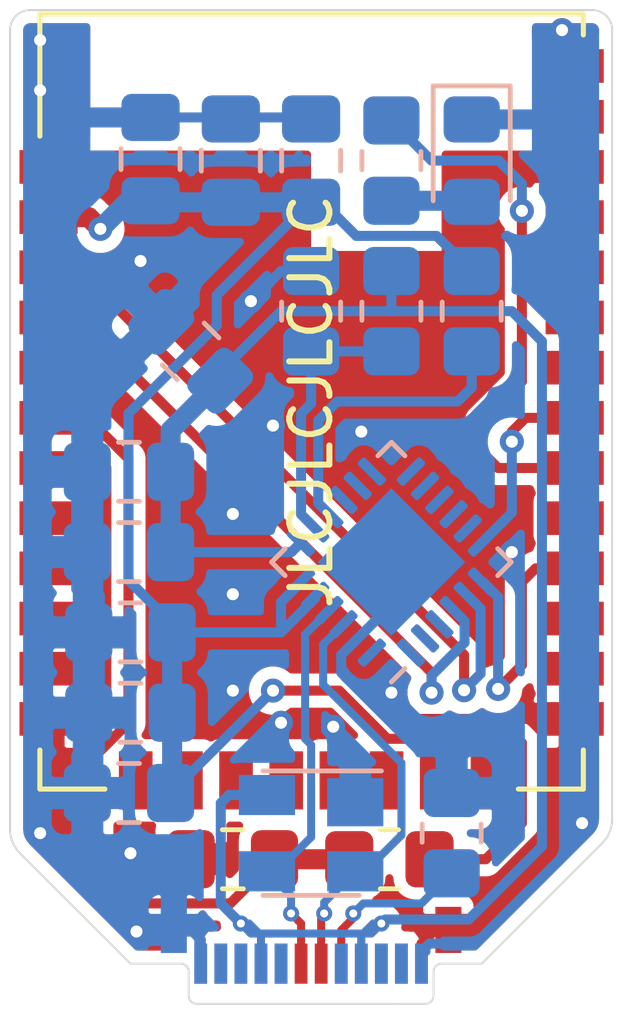
<source format=kicad_pcb>
(kicad_pcb (version 20171130) (host pcbnew "(5.1.9)-1")

  (general
    (thickness 0.8)
    (drawings 20)
    (tracks 220)
    (zones 0)
    (modules 21)
    (nets 16)
  )

  (page A4)
  (layers
    (0 F.Cu signal)
    (31 B.Cu signal)
    (32 B.Adhes user hide)
    (33 F.Adhes user hide)
    (34 B.Paste user)
    (35 F.Paste user)
    (36 B.SilkS user)
    (37 F.SilkS user)
    (38 B.Mask user)
    (39 F.Mask user)
    (40 Dwgs.User user hide)
    (41 Cmts.User user hide)
    (42 Eco1.User user hide)
    (43 Eco2.User user hide)
    (44 Edge.Cuts user)
    (45 Margin user hide)
    (46 B.CrtYd user hide)
    (47 F.CrtYd user hide)
    (48 B.Fab user hide)
    (49 F.Fab user hide)
  )

  (setup
    (last_trace_width 0.25)
    (user_trace_width 0.2)
    (user_trace_width 0.2)
    (user_trace_width 0.5)
    (trace_clearance 0.15)
    (zone_clearance 0.3)
    (zone_45_only yes)
    (trace_min 0.2)
    (via_size 0.8)
    (via_drill 0.4)
    (via_min_size 0.4)
    (via_min_drill 0.2)
    (user_via 0.4 0.2)
    (user_via 0.5 0.25)
    (user_via 0.6 0.3)
    (uvia_size 0.3)
    (uvia_drill 0.1)
    (uvias_allowed no)
    (uvia_min_size 0.2)
    (uvia_min_drill 0.1)
    (edge_width 0.05)
    (segment_width 0.2)
    (pcb_text_width 0.3)
    (pcb_text_size 1.5 1.5)
    (mod_edge_width 0.12)
    (mod_text_size 1 1)
    (mod_text_width 0.15)
    (pad_size 2.3 3.3)
    (pad_drill 0)
    (pad_to_mask_clearance 0)
    (aux_axis_origin 0 0)
    (visible_elements 7FFFFF7F)
    (pcbplotparams
      (layerselection 0x010fc_ffffffff)
      (usegerberextensions true)
      (usegerberattributes true)
      (usegerberadvancedattributes true)
      (creategerberjobfile false)
      (excludeedgelayer true)
      (linewidth 0.100000)
      (plotframeref false)
      (viasonmask false)
      (mode 1)
      (useauxorigin false)
      (hpglpennumber 1)
      (hpglpenspeed 20)
      (hpglpendiameter 15.000000)
      (psnegative false)
      (psa4output false)
      (plotreference true)
      (plotvalue true)
      (plotinvisibletext false)
      (padsonsilk false)
      (subtractmaskfromsilk true)
      (outputformat 1)
      (mirror false)
      (drillshape 0)
      (scaleselection 1)
      (outputdirectory "Gerbers_HDMI/"))
  )

  (net 0 "")
  (net 1 +3V3)
  (net 2 GND)
  (net 3 +5V)
  (net 4 "Net-(C10-Pad2)")
  (net 5 D+)
  (net 6 D-)
  (net 7 "Net-(D2-Pad2)")
  (net 8 "Net-(J1-PadA5)")
  (net 9 "Net-(R2-Pad2)")
  (net 10 "Net-(R3-Pad2)")
  (net 11 "Net-(R5-Pad1)")
  (net 12 XB_RX)
  (net 13 XB_TX)
  (net 14 XB_CTS)
  (net 15 XB_RTS)

  (net_class Default "This is the default net class."
    (clearance 0.15)
    (trace_width 0.25)
    (via_dia 0.8)
    (via_drill 0.4)
    (uvia_dia 0.3)
    (uvia_drill 0.1)
    (add_net +3V3)
    (add_net +5V)
    (add_net D+)
    (add_net D-)
    (add_net GND)
    (add_net "Net-(C10-Pad2)")
    (add_net "Net-(D2-Pad2)")
    (add_net "Net-(J1-PadA5)")
    (add_net "Net-(J1-PadB5)")
    (add_net "Net-(R2-Pad2)")
    (add_net "Net-(R3-Pad2)")
    (add_net "Net-(R5-Pad1)")
    (add_net "Net-(U1-Pad1)")
    (add_net "Net-(U1-Pad10)")
    (add_net "Net-(U1-Pad11)")
    (add_net "Net-(U1-Pad12)")
    (add_net "Net-(U1-Pad13)")
    (add_net "Net-(U1-Pad14)")
    (add_net "Net-(U1-Pad15)")
    (add_net "Net-(U1-Pad16)")
    (add_net "Net-(U1-Pad17)")
    (add_net "Net-(U1-Pad22)")
    (add_net "Net-(U1-Pad23)")
    (add_net "Net-(U1-Pad24)")
    (add_net "Net-(U2-Pad11)")
    (add_net "Net-(U2-Pad13)")
    (add_net "Net-(U2-Pad14)")
    (add_net "Net-(U2-Pad15)")
    (add_net "Net-(U2-Pad16)")
    (add_net "Net-(U2-Pad17)")
    (add_net "Net-(U2-Pad18)")
    (add_net "Net-(U2-Pad19)")
    (add_net "Net-(U2-Pad20)")
    (add_net "Net-(U2-Pad22)")
    (add_net "Net-(U2-Pad23)")
    (add_net "Net-(U2-Pad25)")
    (add_net "Net-(U2-Pad28)")
    (add_net "Net-(U2-Pad29)")
    (add_net "Net-(U2-Pad30)")
    (add_net "Net-(U2-Pad31)")
    (add_net "Net-(U2-Pad33)")
    (add_net "Net-(U2-Pad5)")
    (add_net "Net-(U2-Pad7)")
    (add_net "Net-(U2-Pad8)")
    (add_net "Net-(U2-Pad9)")
    (add_net XB_CTS)
    (add_net XB_RTS)
    (add_net XB_RX)
    (add_net XB_TX)
  )

  (module Dongle:USB_C_Plug_Molex_105444 (layer F.Cu) (tedit 60E9F768) (tstamp 60E9F13A)
    (at 132.75 69.04 180)
    (descr "Universal Serial Bus (USB) Shielded I/O Plug, Type C, Right Angle, Surface Mount, http://www.molex.com/pdm_docs/sd/1054440001_sd.pdf")
    (tags "USB Type-C Plug Edge Mount")
    (path /60EA4530)
    (attr smd)
    (fp_text reference J1 (at 0 2.04) (layer F.SilkS) hide
      (effects (font (size 1 1) (thickness 0.15)))
    )
    (fp_text value "Molex 105444-0011" (at 0 -1.96) (layer F.Fab)
      (effects (font (size 1 1) (thickness 0.15)))
    )
    (fp_line (start -4.3 1.96) (end -4.3 -1.46) (layer F.CrtYd) (width 0.05))
    (fp_line (start 3.35 0) (end 4.3 0) (layer F.Fab) (width 0.1))
    (fp_line (start 3.05 -0.66) (end 3.05 -0.3) (layer F.Fab) (width 0.1))
    (fp_line (start -2.75 -0.96) (end 2.75 -0.96) (layer F.Fab) (width 0.1))
    (fp_line (start -3.05 -0.66) (end -3.05 -0.3) (layer F.Fab) (width 0.1))
    (fp_line (start -3.35 0) (end -4.3 0) (layer F.Fab) (width 0.1))
    (fp_line (start 4.3 1.96) (end 4.3 -1.46) (layer F.CrtYd) (width 0.05))
    (fp_line (start 4.3 -1.46) (end -4.3 -1.46) (layer F.CrtYd) (width 0.05))
    (fp_line (start 4.3 1.96) (end -4.3 1.96) (layer F.CrtYd) (width 0.05))
    (fp_arc (start -3.35 -0.3) (end -3.05 -0.3) (angle 90) (layer F.Fab) (width 0.1))
    (fp_arc (start 3.35 -0.3) (end 3.35 0) (angle 90) (layer F.Fab) (width 0.1))
    (fp_arc (start -2.75 -0.66) (end -3.05 -0.66) (angle 90) (layer F.Fab) (width 0.1))
    (fp_arc (start 2.75 -0.66) (end 2.75 -0.96) (angle 90) (layer F.Fab) (width 0.1))
    (fp_text user "PCB Edge" (at 0 -0.96) (layer Dwgs.User)
      (effects (font (size 0.5 0.5) (thickness 0.08)))
    )
    (fp_text user %R (at 0 2.04) (layer F.Fab)
      (effects (font (size 1 1) (thickness 0.1)))
    )
    (pad B12 smd rect (at -2.75 0.04 180) (size 0.32 1) (layers B.Cu B.Paste B.Mask)
      (net 2 GND))
    (pad B11 smd rect (at -2.25 0.04 180) (size 0.32 1) (layers B.Cu B.Paste B.Mask))
    (pad B10 smd rect (at -1.75 0.04 180) (size 0.32 1) (layers B.Cu B.Paste B.Mask))
    (pad B9 smd rect (at -1.25 0.04 180) (size 0.32 1) (layers B.Cu B.Paste B.Mask)
      (net 3 +5V))
    (pad B8 smd rect (at -0.75 0.04 180) (size 0.32 1) (layers B.Cu B.Paste B.Mask))
    (pad B5 smd rect (at 0.75 0.04 180) (size 0.32 1) (layers B.Cu B.Paste B.Mask))
    (pad B4 smd rect (at 1.25 0.04 180) (size 0.32 1) (layers B.Cu B.Paste B.Mask)
      (net 3 +5V))
    (pad B3 smd rect (at 1.75 0.04 180) (size 0.32 1) (layers B.Cu B.Paste B.Mask))
    (pad B2 smd rect (at 2.25 0.04 180) (size 0.32 1) (layers B.Cu B.Paste B.Mask))
    (pad B1 smd rect (at 2.75 0.04 180) (size 0.32 1) (layers B.Cu B.Paste B.Mask)
      (net 2 GND))
    (pad S1 smd rect (at 3.42 0.88 180) (size 0.65 1.15) (layers B.Cu B.Paste B.Mask)
      (net 2 GND))
    (pad S1 smd rect (at -3.42 0.88 180) (size 0.65 1.15) (layers F.Cu F.Paste F.Mask)
      (net 2 GND))
    (pad A12 smd rect (at 2.75 0.04 180) (size 0.32 1) (layers F.Cu F.Paste F.Mask)
      (net 2 GND))
    (pad A11 smd rect (at 2.25 0.04 180) (size 0.32 1) (layers F.Cu F.Paste F.Mask))
    (pad A10 smd rect (at 1.75 0.04 180) (size 0.32 1) (layers F.Cu F.Paste F.Mask))
    (pad A9 smd rect (at 1.25 0.04 180) (size 0.32 1) (layers F.Cu F.Paste F.Mask)
      (net 3 +5V))
    (pad A8 smd rect (at 0.75 0.04 180) (size 0.32 1) (layers F.Cu F.Paste F.Mask))
    (pad A7 smd rect (at 0.25 0.04 180) (size 0.32 1) (layers F.Cu F.Paste F.Mask)
      (net 6 D-))
    (pad A6 smd rect (at -0.25 0.04 180) (size 0.32 1) (layers F.Cu F.Paste F.Mask)
      (net 5 D+))
    (pad A5 smd rect (at -0.75 0.04 180) (size 0.32 1) (layers F.Cu F.Paste F.Mask)
      (net 8 "Net-(J1-PadA5)"))
    (pad A4 smd rect (at -1.25 0.04 180) (size 0.32 1) (layers F.Cu F.Paste F.Mask)
      (net 3 +5V))
    (pad A3 smd rect (at -1.75 0.04 180) (size 0.32 1) (layers F.Cu F.Paste F.Mask))
    (pad A2 smd rect (at -2.25 0.04 180) (size 0.32 1) (layers F.Cu F.Paste F.Mask))
    (pad A1 smd rect (at -2.75 0.04 180) (size 0.32 1) (layers F.Cu F.Paste F.Mask)
      (net 2 GND))
    (model ${KIPRJMOD}/libraries/modules/package3d/1054440011.stp
      (offset (xyz 0 3.35 -0.5))
      (scale (xyz 1 1 1))
      (rotate (xyz 90 0 0))
    )
  )

  (module Dongle:Module_XCVR_XB3-24Z8CM-J (layer F.Cu) (tedit 60E9DED8) (tstamp 60E9F203)
    (at 132.762099 55)
    (path /60E9CAA1)
    (fp_text reference U2 (at -2.919 -11.4982) (layer F.SilkS) hide
      (effects (font (size 1 1) (thickness 0.15)))
    )
    (fp_text value Digi_XBee3_MMT (at 6.5394 11.4018) (layer F.Fab)
      (effects (font (size 1.32 1.32) (thickness 0.015)))
    )
    (fp_line (start 6.7691 9.652) (end 6.7691 8.68) (layer F.SilkS) (width 0.127))
    (fp_line (start 5.15 9.652) (end 6.7691 9.652) (layer F.SilkS) (width 0.127))
    (fp_line (start -6.7691 9.652) (end -5.15 9.652) (layer F.SilkS) (width 0.127))
    (fp_line (start -6.7691 8.68) (end -6.7691 9.652) (layer F.SilkS) (width 0.127))
    (fp_line (start 6.7691 -9.652) (end 6.7691 -9.13) (layer F.SilkS) (width 0.127))
    (fp_line (start -6.7691 -9.652) (end 6.7691 -9.652) (layer F.SilkS) (width 0.127))
    (fp_line (start -6.7691 -6.61) (end -6.7691 -9.652) (layer F.SilkS) (width 0.127))
    (fp_line (start 6.7691 9.652) (end -6.7691 9.652) (layer F.Fab) (width 0.127))
    (fp_line (start 6.7691 -9.652) (end 6.7691 9.652) (layer F.Fab) (width 0.127))
    (fp_line (start -6.7691 -9.652) (end 6.7691 -9.652) (layer F.Fab) (width 0.127))
    (fp_line (start -6.7691 9.652) (end -6.7691 -9.652) (layer F.Fab) (width 0.127))
    (pad 34 smd rect (at 6.5532 -8.3566) (size 1.4478 0.8382) (layers F.Cu F.Paste F.Mask)
      (net 2 GND))
    (pad 33 smd rect (at 6.5532 -7.09168) (size 1.4478 0.8382) (layers F.Cu F.Paste F.Mask))
    (pad 32 smd rect (at 6.5532 -5.842) (size 1.4478 0.8382) (layers F.Cu F.Paste F.Mask)
      (net 2 GND))
    (pad 31 smd rect (at 6.5532 -4.59232) (size 1.4478 0.8382) (layers F.Cu F.Paste F.Mask))
    (pad 30 smd rect (at 6.5532 -3.34264) (size 1.4478 0.8382) (layers F.Cu F.Paste F.Mask))
    (pad 29 smd rect (at 6.5532 -2.09296) (size 1.4478 0.8382) (layers F.Cu F.Paste F.Mask))
    (pad 28 smd rect (at 6.5532 -0.843281) (size 1.4478 0.8382) (layers F.Cu F.Paste F.Mask))
    (pad 27 smd rect (at 6.5532 0.4064) (size 1.4478 0.8382) (layers F.Cu F.Paste F.Mask)
      (net 15 XB_RTS))
    (pad 26 smd rect (at 6.5532 1.65608) (size 1.4478 0.8382) (layers F.Cu F.Paste F.Mask)
      (net 11 "Net-(R5-Pad1)"))
    (pad 25 smd rect (at 6.5532 2.90576) (size 1.4478 0.8382) (layers F.Cu F.Paste F.Mask))
    (pad 24 smd rect (at 6.5532 4.15544) (size 1.4478 0.8382) (layers F.Cu F.Paste F.Mask)
      (net 14 XB_CTS))
    (pad 23 smd rect (at 6.5532 5.40512) (size 1.4478 0.8382) (layers F.Cu F.Paste F.Mask))
    (pad 22 smd rect (at 6.5532 6.6548) (size 1.4478 0.8382) (layers F.Cu F.Paste F.Mask))
    (pad 21 smd rect (at 6.5532 7.90448) (size 1.4478 0.8382) (layers F.Cu F.Paste F.Mask)
      (net 2 GND))
    (pad 20 smd rect (at 4.3815 9.4361) (size 0.8382 1.4478) (layers F.Cu F.Paste F.Mask))
    (pad 19 smd rect (at 3.11658 9.4361) (size 0.8382 1.4478) (layers F.Cu F.Paste F.Mask))
    (pad 18 smd rect (at 1.8669 9.4361) (size 0.8382 1.4478) (layers F.Cu F.Paste F.Mask))
    (pad 17 smd rect (at 0.617219 9.4361) (size 0.8382 1.4478) (layers F.Cu F.Paste F.Mask))
    (pad 16 smd rect (at -0.632459 9.4361) (size 0.8382 1.4478) (layers F.Cu F.Paste F.Mask))
    (pad 15 smd rect (at -1.88214 9.4361) (size 0.8382 1.4478) (layers F.Cu F.Paste F.Mask))
    (pad 14 smd rect (at -3.13182 9.4361) (size 0.8382 1.4478) (layers F.Cu F.Paste F.Mask))
    (pad 13 smd rect (at -4.3815 9.4361) (size 0.8382 1.4478) (layers F.Cu F.Paste F.Mask))
    (pad 12 smd rect (at -6.5532 7.90448) (size 1.4478 0.8382) (layers F.Cu F.Paste F.Mask)
      (net 2 GND))
    (pad 11 smd rect (at -6.5532 6.6548) (size 1.4478 0.8382) (layers F.Cu F.Paste F.Mask))
    (pad 10 smd rect (at -6.5532 5.40512) (size 1.4478 0.8382) (layers F.Cu F.Paste F.Mask)
      (net 2 GND))
    (pad 9 smd rect (at -6.5532 4.15544) (size 1.4478 0.8382) (layers F.Cu F.Paste F.Mask))
    (pad 8 smd rect (at -6.5532 2.90576) (size 1.4478 0.8382) (layers F.Cu F.Paste F.Mask))
    (pad 7 smd rect (at -6.5532 1.65608) (size 1.4478 0.8382) (layers F.Cu F.Paste F.Mask))
    (pad 6 smd rect (at -6.5532 0.4064) (size 1.4478 0.8382) (layers F.Cu F.Paste F.Mask)
      (net 4 "Net-(C10-Pad2)"))
    (pad 5 smd rect (at -6.5532 -0.843281) (size 1.4478 0.8382) (layers F.Cu F.Paste F.Mask))
    (pad 4 smd rect (at -6.5532 -2.09296) (size 1.4478 0.8382) (layers F.Cu F.Paste F.Mask)
      (net 12 XB_RX))
    (pad 3 smd rect (at -6.5532 -3.34264) (size 1.4478 0.8382) (layers F.Cu F.Paste F.Mask)
      (net 13 XB_TX))
    (pad 2 smd rect (at -6.5532 -4.59232) (size 1.4478 0.8382) (layers F.Cu F.Paste F.Mask)
      (net 1 +3V3))
    (pad 1 smd rect (at -6.5532 -5.842) (size 1.4478 0.8382) (layers F.Cu F.Paste F.Mask)
      (net 2 GND))
    (model ${KIPRJMOD}/libraries/modules/package3d/XB3-CHIP-MMT.STEP
      (offset (xyz 64.5 33 -1))
      (scale (xyz 1 1 1))
      (rotate (xyz -90 0 0))
    )
  )

  (module Package_DFN_QFN:QFN-24-1EP_4x4mm_P0.5mm_EP2.6x2.6mm (layer B.Cu) (tedit 5DC5F6A3) (tstamp 60E9F1D2)
    (at 134.75 59 45)
    (descr "QFN, 24 Pin (http://ww1.microchip.com/downloads/en/PackagingSpec/00000049BQ.pdf#page=278), generated with kicad-footprint-generator ipc_noLead_generator.py")
    (tags "QFN NoLead")
    (path /60E9870C)
    (attr smd)
    (fp_text reference U1 (at 0 3.299999 45) (layer B.SilkS) hide
      (effects (font (size 1 1) (thickness 0.15)) (justify mirror))
    )
    (fp_text value CP2102N-A01-GQFN24 (at 0 -3.3 45) (layer B.Fab)
      (effects (font (size 1 1) (thickness 0.15)) (justify mirror))
    )
    (fp_line (start 2.6 2.6) (end -2.6 2.6) (layer B.CrtYd) (width 0.05))
    (fp_line (start 2.6 -2.6) (end 2.6 2.6) (layer B.CrtYd) (width 0.05))
    (fp_line (start -2.6 -2.6) (end 2.6 -2.6) (layer B.CrtYd) (width 0.05))
    (fp_line (start -2.6 2.6) (end -2.6 -2.6) (layer B.CrtYd) (width 0.05))
    (fp_line (start -2 1) (end -1 2) (layer B.Fab) (width 0.1))
    (fp_line (start -2 -2) (end -2 1) (layer B.Fab) (width 0.1))
    (fp_line (start 2 -2) (end -2 -2) (layer B.Fab) (width 0.1))
    (fp_line (start 2 2) (end 2 -2) (layer B.Fab) (width 0.1))
    (fp_line (start -1 2) (end 2 2) (layer B.Fab) (width 0.1))
    (fp_line (start -1.635 2.11) (end -2.11 2.11) (layer B.SilkS) (width 0.12))
    (fp_line (start 2.11 -2.11) (end 2.11 -1.635) (layer B.SilkS) (width 0.12))
    (fp_line (start 1.635 -2.11) (end 2.11 -2.11) (layer B.SilkS) (width 0.12))
    (fp_line (start -2.11 -2.11) (end -2.11 -1.635) (layer B.SilkS) (width 0.12))
    (fp_line (start -1.635 -2.11) (end -2.11 -2.11) (layer B.SilkS) (width 0.12))
    (fp_line (start 2.11 2.11) (end 2.11 1.635) (layer B.SilkS) (width 0.12))
    (fp_line (start 1.635 2.11) (end 2.11 2.11) (layer B.SilkS) (width 0.12))
    (fp_text user %R (at 0 0 45) (layer B.Fab)
      (effects (font (size 1 1) (thickness 0.15)) (justify mirror))
    )
    (pad 1 smd roundrect (at -1.9375 1.25 45) (size 0.825 0.25) (layers B.Cu B.Paste B.Mask) (roundrect_rratio 0.25))
    (pad 2 smd roundrect (at -1.9375 0.75 45) (size 0.825 0.25) (layers B.Cu B.Paste B.Mask) (roundrect_rratio 0.25)
      (net 2 GND))
    (pad 3 smd roundrect (at -1.9375 0.25 45) (size 0.825 0.25) (layers B.Cu B.Paste B.Mask) (roundrect_rratio 0.25)
      (net 5 D+))
    (pad 4 smd roundrect (at -1.9375 -0.25 45) (size 0.825 0.25) (layers B.Cu B.Paste B.Mask) (roundrect_rratio 0.25)
      (net 6 D-))
    (pad 5 smd roundrect (at -1.9375 -0.75 45) (size 0.825 0.25) (layers B.Cu B.Paste B.Mask) (roundrect_rratio 0.25)
      (net 1 +3V3))
    (pad 6 smd roundrect (at -1.9375 -1.25 45) (size 0.825 0.25) (layers B.Cu B.Paste B.Mask) (roundrect_rratio 0.25)
      (net 1 +3V3))
    (pad 7 smd roundrect (at -1.25 -1.9375 45) (size 0.25 0.825) (layers B.Cu B.Paste B.Mask) (roundrect_rratio 0.25)
      (net 3 +5V))
    (pad 8 smd roundrect (at -0.75 -1.9375 45) (size 0.25 0.825) (layers B.Cu B.Paste B.Mask) (roundrect_rratio 0.25)
      (net 10 "Net-(R3-Pad2)"))
    (pad 9 smd roundrect (at -0.25 -1.9375 45) (size 0.25 0.825) (layers B.Cu B.Paste B.Mask) (roundrect_rratio 0.25)
      (net 9 "Net-(R2-Pad2)"))
    (pad 10 smd roundrect (at 0.25 -1.9375 45) (size 0.25 0.825) (layers B.Cu B.Paste B.Mask) (roundrect_rratio 0.25))
    (pad 11 smd roundrect (at 0.75 -1.9375 45) (size 0.25 0.825) (layers B.Cu B.Paste B.Mask) (roundrect_rratio 0.25))
    (pad 12 smd roundrect (at 1.25 -1.9375 45) (size 0.25 0.825) (layers B.Cu B.Paste B.Mask) (roundrect_rratio 0.25))
    (pad 13 smd roundrect (at 1.9375 -1.25 45) (size 0.825 0.25) (layers B.Cu B.Paste B.Mask) (roundrect_rratio 0.25))
    (pad 14 smd roundrect (at 1.9375 -0.75 45) (size 0.825 0.25) (layers B.Cu B.Paste B.Mask) (roundrect_rratio 0.25))
    (pad 15 smd roundrect (at 1.9375 -0.25 45) (size 0.825 0.25) (layers B.Cu B.Paste B.Mask) (roundrect_rratio 0.25))
    (pad 16 smd roundrect (at 1.9375 0.25 45) (size 0.825 0.25) (layers B.Cu B.Paste B.Mask) (roundrect_rratio 0.25))
    (pad 17 smd roundrect (at 1.9375 0.75 45) (size 0.825 0.25) (layers B.Cu B.Paste B.Mask) (roundrect_rratio 0.25))
    (pad 18 smd roundrect (at 1.9375 1.25 45) (size 0.825 0.25) (layers B.Cu B.Paste B.Mask) (roundrect_rratio 0.25)
      (net 15 XB_RTS))
    (pad 19 smd roundrect (at 1.25 1.9375 45) (size 0.25 0.825) (layers B.Cu B.Paste B.Mask) (roundrect_rratio 0.25)
      (net 14 XB_CTS))
    (pad 20 smd roundrect (at 0.75 1.9375 45) (size 0.25 0.825) (layers B.Cu B.Paste B.Mask) (roundrect_rratio 0.25)
      (net 13 XB_TX))
    (pad 21 smd roundrect (at 0.25 1.9375 45) (size 0.25 0.825) (layers B.Cu B.Paste B.Mask) (roundrect_rratio 0.25)
      (net 12 XB_RX))
    (pad 22 smd roundrect (at -0.25 1.9375 45) (size 0.25 0.825) (layers B.Cu B.Paste B.Mask) (roundrect_rratio 0.25))
    (pad 23 smd roundrect (at -0.75 1.9375 45) (size 0.25 0.825) (layers B.Cu B.Paste B.Mask) (roundrect_rratio 0.25))
    (pad 24 smd roundrect (at -1.25 1.9375 45) (size 0.25 0.825) (layers B.Cu B.Paste B.Mask) (roundrect_rratio 0.25))
    (pad 25 smd rect (at 0 0 45) (size 2.6 2.6) (layers B.Cu B.Mask)
      (net 2 GND))
    (pad "" smd roundrect (at -0.65 0.65 45) (size 1.05 1.05) (layers B.Paste) (roundrect_rratio 0.2380942857142857))
    (pad "" smd roundrect (at -0.65 -0.65 45) (size 1.05 1.05) (layers B.Paste) (roundrect_rratio 0.2380942857142857))
    (pad "" smd roundrect (at 0.65 0.65 45) (size 1.05 1.05) (layers B.Paste) (roundrect_rratio 0.2380942857142857))
    (pad "" smd roundrect (at 0.65 -0.65 45) (size 1.05 1.05) (layers B.Paste) (roundrect_rratio 0.2380942857142857))
    (model ${KISYS3DMOD}/Package_DFN_QFN.3dshapes/QFN-24-1EP_4x4mm_P0.5mm_EP2.6x2.6mm.wrl
      (at (xyz 0 0 0))
      (scale (xyz 1 1 1))
      (rotate (xyz 0 0 0))
    )
  )

  (module Resistor_SMD:R_0805_2012Metric_Pad1.20x1.40mm_HandSolder (layer F.Cu) (tedit 5F68FEEE) (tstamp 60E9F1A0)
    (at 134.7 66.4 180)
    (descr "Resistor SMD 0805 (2012 Metric), square (rectangular) end terminal, IPC_7351 nominal with elongated pad for handsoldering. (Body size source: IPC-SM-782 page 72, https://www.pcb-3d.com/wordpress/wp-content/uploads/ipc-sm-782a_amendment_1_and_2.pdf), generated with kicad-footprint-generator")
    (tags "resistor handsolder")
    (path /60F9D3B4)
    (attr smd)
    (fp_text reference R6 (at 0 -1.65) (layer F.SilkS) hide
      (effects (font (size 1 1) (thickness 0.15)))
    )
    (fp_text value 100k (at 0 1.65) (layer F.Fab)
      (effects (font (size 1 1) (thickness 0.15)))
    )
    (fp_line (start 1.85 0.95) (end -1.85 0.95) (layer F.CrtYd) (width 0.05))
    (fp_line (start 1.85 -0.95) (end 1.85 0.95) (layer F.CrtYd) (width 0.05))
    (fp_line (start -1.85 -0.95) (end 1.85 -0.95) (layer F.CrtYd) (width 0.05))
    (fp_line (start -1.85 0.95) (end -1.85 -0.95) (layer F.CrtYd) (width 0.05))
    (fp_line (start -0.227064 0.735) (end 0.227064 0.735) (layer F.SilkS) (width 0.12))
    (fp_line (start -0.227064 -0.735) (end 0.227064 -0.735) (layer F.SilkS) (width 0.12))
    (fp_line (start 1 0.625) (end -1 0.625) (layer F.Fab) (width 0.1))
    (fp_line (start 1 -0.625) (end 1 0.625) (layer F.Fab) (width 0.1))
    (fp_line (start -1 -0.625) (end 1 -0.625) (layer F.Fab) (width 0.1))
    (fp_line (start -1 0.625) (end -1 -0.625) (layer F.Fab) (width 0.1))
    (fp_text user %R (at 0 0) (layer F.Fab)
      (effects (font (size 0.5 0.5) (thickness 0.08)))
    )
    (pad 1 smd roundrect (at -1 0 180) (size 1.2 1.4) (layers F.Cu F.Paste F.Mask) (roundrect_rratio 0.2083325)
      (net 1 +3V3))
    (pad 2 smd roundrect (at 1 0 180) (size 1.2 1.4) (layers F.Cu F.Paste F.Mask) (roundrect_rratio 0.2083325)
      (net 4 "Net-(C10-Pad2)"))
    (model ${KISYS3DMOD}/Resistor_SMD.3dshapes/R_0805_2012Metric.wrl
      (at (xyz 0 0 0))
      (scale (xyz 1 1 1))
      (rotate (xyz 0 0 0))
    )
  )

  (module Resistor_SMD:R_0805_2012Metric_Pad1.20x1.40mm_HandSolder (layer B.Cu) (tedit 5F68FEEE) (tstamp 60E9F18F)
    (at 134.75 49 270)
    (descr "Resistor SMD 0805 (2012 Metric), square (rectangular) end terminal, IPC_7351 nominal with elongated pad for handsoldering. (Body size source: IPC-SM-782 page 72, https://www.pcb-3d.com/wordpress/wp-content/uploads/ipc-sm-782a_amendment_1_and_2.pdf), generated with kicad-footprint-generator")
    (tags "resistor handsolder")
    (path /60FD5DB3)
    (attr smd)
    (fp_text reference R5 (at 0 1.65 90) (layer B.SilkS) hide
      (effects (font (size 1 1) (thickness 0.15)) (justify mirror))
    )
    (fp_text value 1k (at 0 -1.65 90) (layer B.Fab)
      (effects (font (size 1 1) (thickness 0.15)) (justify mirror))
    )
    (fp_line (start 1.85 -0.95) (end -1.85 -0.95) (layer B.CrtYd) (width 0.05))
    (fp_line (start 1.85 0.95) (end 1.85 -0.95) (layer B.CrtYd) (width 0.05))
    (fp_line (start -1.85 0.95) (end 1.85 0.95) (layer B.CrtYd) (width 0.05))
    (fp_line (start -1.85 -0.95) (end -1.85 0.95) (layer B.CrtYd) (width 0.05))
    (fp_line (start -0.227064 -0.735) (end 0.227064 -0.735) (layer B.SilkS) (width 0.12))
    (fp_line (start -0.227064 0.735) (end 0.227064 0.735) (layer B.SilkS) (width 0.12))
    (fp_line (start 1 -0.625) (end -1 -0.625) (layer B.Fab) (width 0.1))
    (fp_line (start 1 0.625) (end 1 -0.625) (layer B.Fab) (width 0.1))
    (fp_line (start -1 0.625) (end 1 0.625) (layer B.Fab) (width 0.1))
    (fp_line (start -1 -0.625) (end -1 0.625) (layer B.Fab) (width 0.1))
    (fp_text user %R (at 0 0 90) (layer B.Fab)
      (effects (font (size 0.5 0.5) (thickness 0.08)) (justify mirror))
    )
    (pad 1 smd roundrect (at -1 0 270) (size 1.2 1.4) (layers B.Cu B.Paste B.Mask) (roundrect_rratio 0.2083325)
      (net 11 "Net-(R5-Pad1)"))
    (pad 2 smd roundrect (at 1 0 270) (size 1.2 1.4) (layers B.Cu B.Paste B.Mask) (roundrect_rratio 0.2083325)
      (net 7 "Net-(D2-Pad2)"))
    (model ${KISYS3DMOD}/Resistor_SMD.3dshapes/R_0805_2012Metric.wrl
      (at (xyz 0 0 0))
      (scale (xyz 1 1 1))
      (rotate (xyz 0 0 0))
    )
  )

  (module Resistor_SMD:R_0805_2012Metric_Pad1.20x1.40mm_HandSolder (layer B.Cu) (tedit 5F68FEEE) (tstamp 60E9F17E)
    (at 132.75 52.75 90)
    (descr "Resistor SMD 0805 (2012 Metric), square (rectangular) end terminal, IPC_7351 nominal with elongated pad for handsoldering. (Body size source: IPC-SM-782 page 72, https://www.pcb-3d.com/wordpress/wp-content/uploads/ipc-sm-782a_amendment_1_and_2.pdf), generated with kicad-footprint-generator")
    (tags "resistor handsolder")
    (path /60ECA892)
    (attr smd)
    (fp_text reference R4 (at 0 1.65 90) (layer B.SilkS) hide
      (effects (font (size 1 1) (thickness 0.15)) (justify mirror))
    )
    (fp_text value 47k (at 0 -1.65 90) (layer B.Fab)
      (effects (font (size 1 1) (thickness 0.15)) (justify mirror))
    )
    (fp_line (start 1.85 -0.95) (end -1.85 -0.95) (layer B.CrtYd) (width 0.05))
    (fp_line (start 1.85 0.95) (end 1.85 -0.95) (layer B.CrtYd) (width 0.05))
    (fp_line (start -1.85 0.95) (end 1.85 0.95) (layer B.CrtYd) (width 0.05))
    (fp_line (start -1.85 -0.95) (end -1.85 0.95) (layer B.CrtYd) (width 0.05))
    (fp_line (start -0.227064 -0.735) (end 0.227064 -0.735) (layer B.SilkS) (width 0.12))
    (fp_line (start -0.227064 0.735) (end 0.227064 0.735) (layer B.SilkS) (width 0.12))
    (fp_line (start 1 -0.625) (end -1 -0.625) (layer B.Fab) (width 0.1))
    (fp_line (start 1 0.625) (end 1 -0.625) (layer B.Fab) (width 0.1))
    (fp_line (start -1 0.625) (end 1 0.625) (layer B.Fab) (width 0.1))
    (fp_line (start -1 -0.625) (end -1 0.625) (layer B.Fab) (width 0.1))
    (fp_text user %R (at 0 0 90) (layer B.Fab)
      (effects (font (size 0.5 0.5) (thickness 0.08)) (justify mirror))
    )
    (pad 1 smd roundrect (at -1 0 90) (size 1.2 1.4) (layers B.Cu B.Paste B.Mask) (roundrect_rratio 0.2083325)
      (net 10 "Net-(R3-Pad2)"))
    (pad 2 smd roundrect (at 1 0 90) (size 1.2 1.4) (layers B.Cu B.Paste B.Mask) (roundrect_rratio 0.2083325)
      (net 2 GND))
    (model ${KISYS3DMOD}/Resistor_SMD.3dshapes/R_0805_2012Metric.wrl
      (at (xyz 0 0 0))
      (scale (xyz 1 1 1))
      (rotate (xyz 0 0 0))
    )
  )

  (module Resistor_SMD:R_0805_2012Metric_Pad1.20x1.40mm_HandSolder (layer B.Cu) (tedit 5F68FEEE) (tstamp 60E9F16D)
    (at 134.75 52.75 270)
    (descr "Resistor SMD 0805 (2012 Metric), square (rectangular) end terminal, IPC_7351 nominal with elongated pad for handsoldering. (Body size source: IPC-SM-782 page 72, https://www.pcb-3d.com/wordpress/wp-content/uploads/ipc-sm-782a_amendment_1_and_2.pdf), generated with kicad-footprint-generator")
    (tags "resistor handsolder")
    (path /60ECEC1F)
    (attr smd)
    (fp_text reference R3 (at 0 1.65 90) (layer B.SilkS) hide
      (effects (font (size 1 1) (thickness 0.15)) (justify mirror))
    )
    (fp_text value 20k (at 0 -1.65 90) (layer B.Fab)
      (effects (font (size 1 1) (thickness 0.15)) (justify mirror))
    )
    (fp_line (start 1.85 -0.95) (end -1.85 -0.95) (layer B.CrtYd) (width 0.05))
    (fp_line (start 1.85 0.95) (end 1.85 -0.95) (layer B.CrtYd) (width 0.05))
    (fp_line (start -1.85 0.95) (end 1.85 0.95) (layer B.CrtYd) (width 0.05))
    (fp_line (start -1.85 -0.95) (end -1.85 0.95) (layer B.CrtYd) (width 0.05))
    (fp_line (start -0.227064 -0.735) (end 0.227064 -0.735) (layer B.SilkS) (width 0.12))
    (fp_line (start -0.227064 0.735) (end 0.227064 0.735) (layer B.SilkS) (width 0.12))
    (fp_line (start 1 -0.625) (end -1 -0.625) (layer B.Fab) (width 0.1))
    (fp_line (start 1 0.625) (end 1 -0.625) (layer B.Fab) (width 0.1))
    (fp_line (start -1 0.625) (end 1 0.625) (layer B.Fab) (width 0.1))
    (fp_line (start -1 -0.625) (end -1 0.625) (layer B.Fab) (width 0.1))
    (fp_text user %R (at 0 0 90) (layer B.Fab)
      (effects (font (size 0.5 0.5) (thickness 0.08)) (justify mirror))
    )
    (pad 1 smd roundrect (at -1 0 270) (size 1.2 1.4) (layers B.Cu B.Paste B.Mask) (roundrect_rratio 0.2083325)
      (net 3 +5V))
    (pad 2 smd roundrect (at 1 0 270) (size 1.2 1.4) (layers B.Cu B.Paste B.Mask) (roundrect_rratio 0.2083325)
      (net 10 "Net-(R3-Pad2)"))
    (model ${KISYS3DMOD}/Resistor_SMD.3dshapes/R_0805_2012Metric.wrl
      (at (xyz 0 0 0))
      (scale (xyz 1 1 1))
      (rotate (xyz 0 0 0))
    )
  )

  (module Resistor_SMD:R_0805_2012Metric_Pad1.20x1.40mm_HandSolder (layer B.Cu) (tedit 5F68FEEE) (tstamp 60E9F15C)
    (at 136.75 52.75 270)
    (descr "Resistor SMD 0805 (2012 Metric), square (rectangular) end terminal, IPC_7351 nominal with elongated pad for handsoldering. (Body size source: IPC-SM-782 page 72, https://www.pcb-3d.com/wordpress/wp-content/uploads/ipc-sm-782a_amendment_1_and_2.pdf), generated with kicad-footprint-generator")
    (tags "resistor handsolder")
    (path /60EE5B20)
    (attr smd)
    (fp_text reference R2 (at 0 1.65 90) (layer B.SilkS) hide
      (effects (font (size 1 1) (thickness 0.15)) (justify mirror))
    )
    (fp_text value 1k (at 0 -1.65 90) (layer B.Fab)
      (effects (font (size 1 1) (thickness 0.15)) (justify mirror))
    )
    (fp_line (start 1.85 -0.95) (end -1.85 -0.95) (layer B.CrtYd) (width 0.05))
    (fp_line (start 1.85 0.95) (end 1.85 -0.95) (layer B.CrtYd) (width 0.05))
    (fp_line (start -1.85 0.95) (end 1.85 0.95) (layer B.CrtYd) (width 0.05))
    (fp_line (start -1.85 -0.95) (end -1.85 0.95) (layer B.CrtYd) (width 0.05))
    (fp_line (start -0.227064 -0.735) (end 0.227064 -0.735) (layer B.SilkS) (width 0.12))
    (fp_line (start -0.227064 0.735) (end 0.227064 0.735) (layer B.SilkS) (width 0.12))
    (fp_line (start 1 -0.625) (end -1 -0.625) (layer B.Fab) (width 0.1))
    (fp_line (start 1 0.625) (end 1 -0.625) (layer B.Fab) (width 0.1))
    (fp_line (start -1 0.625) (end 1 0.625) (layer B.Fab) (width 0.1))
    (fp_line (start -1 -0.625) (end -1 0.625) (layer B.Fab) (width 0.1))
    (fp_text user %R (at 0 0 90) (layer B.Fab)
      (effects (font (size 0.5 0.5) (thickness 0.08)) (justify mirror))
    )
    (pad 1 smd roundrect (at -1 0 270) (size 1.2 1.4) (layers B.Cu B.Paste B.Mask) (roundrect_rratio 0.2083325)
      (net 1 +3V3))
    (pad 2 smd roundrect (at 1 0 270) (size 1.2 1.4) (layers B.Cu B.Paste B.Mask) (roundrect_rratio 0.2083325)
      (net 9 "Net-(R2-Pad2)"))
    (model ${KISYS3DMOD}/Resistor_SMD.3dshapes/R_0805_2012Metric.wrl
      (at (xyz 0 0 0))
      (scale (xyz 1 1 1))
      (rotate (xyz 0 0 0))
    )
  )

  (module Resistor_SMD:R_0805_2012Metric_Pad1.20x1.40mm_HandSolder (layer B.Cu) (tedit 5F68FEEE) (tstamp 60E9F14B)
    (at 136.25 65.75 90)
    (descr "Resistor SMD 0805 (2012 Metric), square (rectangular) end terminal, IPC_7351 nominal with elongated pad for handsoldering. (Body size source: IPC-SM-782 page 72, https://www.pcb-3d.com/wordpress/wp-content/uploads/ipc-sm-782a_amendment_1_and_2.pdf), generated with kicad-footprint-generator")
    (tags "resistor handsolder")
    (path /60EC7565)
    (attr smd)
    (fp_text reference R1 (at 0 1.65 90) (layer B.SilkS) hide
      (effects (font (size 1 1) (thickness 0.15)) (justify mirror))
    )
    (fp_text value 5.1k (at 0 -1.65 90) (layer B.Fab)
      (effects (font (size 1 1) (thickness 0.15)) (justify mirror))
    )
    (fp_line (start 1.85 -0.95) (end -1.85 -0.95) (layer B.CrtYd) (width 0.05))
    (fp_line (start 1.85 0.95) (end 1.85 -0.95) (layer B.CrtYd) (width 0.05))
    (fp_line (start -1.85 0.95) (end 1.85 0.95) (layer B.CrtYd) (width 0.05))
    (fp_line (start -1.85 -0.95) (end -1.85 0.95) (layer B.CrtYd) (width 0.05))
    (fp_line (start -0.227064 -0.735) (end 0.227064 -0.735) (layer B.SilkS) (width 0.12))
    (fp_line (start -0.227064 0.735) (end 0.227064 0.735) (layer B.SilkS) (width 0.12))
    (fp_line (start 1 -0.625) (end -1 -0.625) (layer B.Fab) (width 0.1))
    (fp_line (start 1 0.625) (end 1 -0.625) (layer B.Fab) (width 0.1))
    (fp_line (start -1 0.625) (end 1 0.625) (layer B.Fab) (width 0.1))
    (fp_line (start -1 -0.625) (end -1 0.625) (layer B.Fab) (width 0.1))
    (fp_text user %R (at 0 0 90) (layer B.Fab)
      (effects (font (size 0.5 0.5) (thickness 0.08)) (justify mirror))
    )
    (pad 1 smd roundrect (at -1 0 90) (size 1.2 1.4) (layers B.Cu B.Paste B.Mask) (roundrect_rratio 0.2083325)
      (net 8 "Net-(J1-PadA5)"))
    (pad 2 smd roundrect (at 1 0 90) (size 1.2 1.4) (layers B.Cu B.Paste B.Mask) (roundrect_rratio 0.2083325)
      (net 2 GND))
    (model ${KISYS3DMOD}/Resistor_SMD.3dshapes/R_0805_2012Metric.wrl
      (at (xyz 0 0 0))
      (scale (xyz 1 1 1))
      (rotate (xyz 0 0 0))
    )
  )

  (module LED_SMD:LED_0805_2012Metric_Pad1.15x1.40mm_HandSolder (layer B.Cu) (tedit 5F68FEF1) (tstamp 60E9F10F)
    (at 136.75 49 270)
    (descr "LED SMD 0805 (2012 Metric), square (rectangular) end terminal, IPC_7351 nominal, (Body size source: https://docs.google.com/spreadsheets/d/1BsfQQcO9C6DZCsRaXUlFlo91Tg2WpOkGARC1WS5S8t0/edit?usp=sharing), generated with kicad-footprint-generator")
    (tags "LED handsolder")
    (path /60FDE505)
    (attr smd)
    (fp_text reference D2 (at 0 1.65 90) (layer B.SilkS) hide
      (effects (font (size 1 1) (thickness 0.15)) (justify mirror))
    )
    (fp_text value APT2012SYCK/J3-PRV (at 0 -1.65 90) (layer B.Fab)
      (effects (font (size 1 1) (thickness 0.15)) (justify mirror))
    )
    (fp_line (start 1.85 -0.95) (end -1.85 -0.95) (layer B.CrtYd) (width 0.05))
    (fp_line (start 1.85 0.95) (end 1.85 -0.95) (layer B.CrtYd) (width 0.05))
    (fp_line (start -1.85 0.95) (end 1.85 0.95) (layer B.CrtYd) (width 0.05))
    (fp_line (start -1.85 -0.95) (end -1.85 0.95) (layer B.CrtYd) (width 0.05))
    (fp_line (start -1.86 -0.96) (end 1 -0.96) (layer B.SilkS) (width 0.12))
    (fp_line (start -1.86 0.96) (end -1.86 -0.96) (layer B.SilkS) (width 0.12))
    (fp_line (start 1 0.96) (end -1.86 0.96) (layer B.SilkS) (width 0.12))
    (fp_line (start 1 -0.6) (end 1 0.6) (layer B.Fab) (width 0.1))
    (fp_line (start -1 -0.6) (end 1 -0.6) (layer B.Fab) (width 0.1))
    (fp_line (start -1 0.3) (end -1 -0.6) (layer B.Fab) (width 0.1))
    (fp_line (start -0.7 0.6) (end -1 0.3) (layer B.Fab) (width 0.1))
    (fp_line (start 1 0.6) (end -0.7 0.6) (layer B.Fab) (width 0.1))
    (fp_text user %R (at 0 0 90) (layer B.Fab)
      (effects (font (size 0.5 0.5) (thickness 0.08)) (justify mirror))
    )
    (pad 1 smd roundrect (at -1.025 0 270) (size 1.15 1.4) (layers B.Cu B.Paste B.Mask) (roundrect_rratio 0.2173904347826087)
      (net 2 GND))
    (pad 2 smd roundrect (at 1.025 0 270) (size 1.15 1.4) (layers B.Cu B.Paste B.Mask) (roundrect_rratio 0.2173904347826087)
      (net 7 "Net-(D2-Pad2)"))
    (model ${KISYS3DMOD}/LED_SMD.3dshapes/LED_0805_2012Metric.wrl
      (at (xyz 0 0 0))
      (scale (xyz 1 1 1))
      (rotate (xyz 0 0 0))
    )
  )

  (module Package_TO_SOT_SMD:SOT-143 (layer B.Cu) (tedit 5A02FF57) (tstamp 60E9F0FC)
    (at 132.75 65.75 180)
    (descr SOT-143)
    (tags SOT-143)
    (path /60F088AD)
    (attr smd)
    (fp_text reference D1 (at 0.02 2.38) (layer B.SilkS) hide
      (effects (font (size 1 1) (thickness 0.15)) (justify mirror))
    )
    (fp_text value SP0503BAHT (at -0.28 -2.48) (layer B.Fab)
      (effects (font (size 1 1) (thickness 0.15)) (justify mirror))
    )
    (fp_line (start -2.05 -1.75) (end -2.05 1.75) (layer B.CrtYd) (width 0.05))
    (fp_line (start -2.05 -1.75) (end 2.05 -1.75) (layer B.CrtYd) (width 0.05))
    (fp_line (start 2.05 1.75) (end -2.05 1.75) (layer B.CrtYd) (width 0.05))
    (fp_line (start 2.05 1.75) (end 2.05 -1.75) (layer B.CrtYd) (width 0.05))
    (fp_line (start 1.2 1.5) (end 1.2 -1.5) (layer B.Fab) (width 0.1))
    (fp_line (start 1.2 -1.5) (end -1.2 -1.5) (layer B.Fab) (width 0.1))
    (fp_line (start -1.2 -1.5) (end -1.2 1) (layer B.Fab) (width 0.1))
    (fp_line (start -0.7 1.5) (end 1.2 1.5) (layer B.Fab) (width 0.1))
    (fp_line (start -1.2 1) (end -0.7 1.5) (layer B.Fab) (width 0.1))
    (fp_line (start 1.2 1.55) (end -1.75 1.55) (layer B.SilkS) (width 0.12))
    (fp_line (start -1.2 -1.55) (end 1.2 -1.55) (layer B.SilkS) (width 0.12))
    (fp_text user %R (at 0 0 270) (layer B.Fab)
      (effects (font (size 0.5 0.5) (thickness 0.075)) (justify mirror))
    )
    (pad 1 smd rect (at -1.1 0.77 270) (size 1.2 1.4) (layers B.Cu B.Paste B.Mask)
      (net 2 GND))
    (pad 2 smd rect (at -1.1 -0.95 270) (size 1 1.4) (layers B.Cu B.Paste B.Mask)
      (net 5 D+))
    (pad 3 smd rect (at 1.1 -0.95 270) (size 1 1.4) (layers B.Cu B.Paste B.Mask)
      (net 6 D-))
    (pad 4 smd rect (at 1.1 0.95 270) (size 1 1.4) (layers B.Cu B.Paste B.Mask)
      (net 3 +5V))
    (model ${KISYS3DMOD}/Package_TO_SOT_SMD.3dshapes/SOT-143.wrl
      (at (xyz 0 0 0))
      (scale (xyz 1 1 1))
      (rotate (xyz 0 0 0))
    )
  )

  (module Capacitor_SMD:C_0805_2012Metric_Pad1.18x1.45mm_HandSolder (layer F.Cu) (tedit 5F68FEEF) (tstamp 60E9F0E8)
    (at 130.8 66.4)
    (descr "Capacitor SMD 0805 (2012 Metric), square (rectangular) end terminal, IPC_7351 nominal with elongated pad for handsoldering. (Body size source: IPC-SM-782 page 76, https://www.pcb-3d.com/wordpress/wp-content/uploads/ipc-sm-782a_amendment_1_and_2.pdf, https://docs.google.com/spreadsheets/d/1BsfQQcO9C6DZCsRaXUlFlo91Tg2WpOkGARC1WS5S8t0/edit?usp=sharing), generated with kicad-footprint-generator")
    (tags "capacitor handsolder")
    (path /60FB6F9E)
    (attr smd)
    (fp_text reference C10 (at 0 -1.68) (layer F.SilkS) hide
      (effects (font (size 1 1) (thickness 0.15)))
    )
    (fp_text value 10nF (at 0 1.68) (layer F.Fab)
      (effects (font (size 1 1) (thickness 0.15)))
    )
    (fp_line (start 1.88 0.98) (end -1.88 0.98) (layer F.CrtYd) (width 0.05))
    (fp_line (start 1.88 -0.98) (end 1.88 0.98) (layer F.CrtYd) (width 0.05))
    (fp_line (start -1.88 -0.98) (end 1.88 -0.98) (layer F.CrtYd) (width 0.05))
    (fp_line (start -1.88 0.98) (end -1.88 -0.98) (layer F.CrtYd) (width 0.05))
    (fp_line (start -0.261252 0.735) (end 0.261252 0.735) (layer F.SilkS) (width 0.12))
    (fp_line (start -0.261252 -0.735) (end 0.261252 -0.735) (layer F.SilkS) (width 0.12))
    (fp_line (start 1 0.625) (end -1 0.625) (layer F.Fab) (width 0.1))
    (fp_line (start 1 -0.625) (end 1 0.625) (layer F.Fab) (width 0.1))
    (fp_line (start -1 -0.625) (end 1 -0.625) (layer F.Fab) (width 0.1))
    (fp_line (start -1 0.625) (end -1 -0.625) (layer F.Fab) (width 0.1))
    (fp_text user %R (at 0 0) (layer F.Fab)
      (effects (font (size 0.5 0.5) (thickness 0.08)))
    )
    (pad 1 smd roundrect (at -1.0375 0) (size 1.175 1.45) (layers F.Cu F.Paste F.Mask) (roundrect_rratio 0.2127659574468085)
      (net 2 GND))
    (pad 2 smd roundrect (at 1.0375 0) (size 1.175 1.45) (layers F.Cu F.Paste F.Mask) (roundrect_rratio 0.2127659574468085)
      (net 4 "Net-(C10-Pad2)"))
    (model ${KISYS3DMOD}/Capacitor_SMD.3dshapes/C_0805_2012Metric.wrl
      (at (xyz 0 0 0))
      (scale (xyz 1 1 1))
      (rotate (xyz 0 0 0))
    )
  )

  (module Capacitor_SMD:C_0805_2012Metric_Pad1.18x1.45mm_HandSolder (layer B.Cu) (tedit 5F68FEEF) (tstamp 60E9F0D7)
    (at 128.75 48.9625 270)
    (descr "Capacitor SMD 0805 (2012 Metric), square (rectangular) end terminal, IPC_7351 nominal with elongated pad for handsoldering. (Body size source: IPC-SM-782 page 76, https://www.pcb-3d.com/wordpress/wp-content/uploads/ipc-sm-782a_amendment_1_and_2.pdf, https://docs.google.com/spreadsheets/d/1BsfQQcO9C6DZCsRaXUlFlo91Tg2WpOkGARC1WS5S8t0/edit?usp=sharing), generated with kicad-footprint-generator")
    (tags "capacitor handsolder")
    (path /60F59BD3)
    (attr smd)
    (fp_text reference C9 (at 0 1.68 90) (layer B.SilkS) hide
      (effects (font (size 1 1) (thickness 0.15)) (justify mirror))
    )
    (fp_text value 0.1uF (at 0 -1.68 90) (layer B.Fab)
      (effects (font (size 1 1) (thickness 0.15)) (justify mirror))
    )
    (fp_line (start 1.88 -0.98) (end -1.88 -0.98) (layer B.CrtYd) (width 0.05))
    (fp_line (start 1.88 0.98) (end 1.88 -0.98) (layer B.CrtYd) (width 0.05))
    (fp_line (start -1.88 0.98) (end 1.88 0.98) (layer B.CrtYd) (width 0.05))
    (fp_line (start -1.88 -0.98) (end -1.88 0.98) (layer B.CrtYd) (width 0.05))
    (fp_line (start -0.261252 -0.735) (end 0.261252 -0.735) (layer B.SilkS) (width 0.12))
    (fp_line (start -0.261252 0.735) (end 0.261252 0.735) (layer B.SilkS) (width 0.12))
    (fp_line (start 1 -0.625) (end -1 -0.625) (layer B.Fab) (width 0.1))
    (fp_line (start 1 0.625) (end 1 -0.625) (layer B.Fab) (width 0.1))
    (fp_line (start -1 0.625) (end 1 0.625) (layer B.Fab) (width 0.1))
    (fp_line (start -1 -0.625) (end -1 0.625) (layer B.Fab) (width 0.1))
    (fp_text user %R (at 0 0 90) (layer B.Fab)
      (effects (font (size 0.5 0.5) (thickness 0.08)) (justify mirror))
    )
    (pad 1 smd roundrect (at -1.0375 0 270) (size 1.175 1.45) (layers B.Cu B.Paste B.Mask) (roundrect_rratio 0.2127659574468085)
      (net 2 GND))
    (pad 2 smd roundrect (at 1.0375 0 270) (size 1.175 1.45) (layers B.Cu B.Paste B.Mask) (roundrect_rratio 0.2127659574468085)
      (net 1 +3V3))
    (model ${KISYS3DMOD}/Capacitor_SMD.3dshapes/C_0805_2012Metric.wrl
      (at (xyz 0 0 0))
      (scale (xyz 1 1 1))
      (rotate (xyz 0 0 0))
    )
  )

  (module Capacitor_SMD:C_0805_2012Metric_Pad1.18x1.45mm_HandSolder (layer B.Cu) (tedit 5F68FEEF) (tstamp 60E9F0C6)
    (at 130.75 49 270)
    (descr "Capacitor SMD 0805 (2012 Metric), square (rectangular) end terminal, IPC_7351 nominal with elongated pad for handsoldering. (Body size source: IPC-SM-782 page 76, https://www.pcb-3d.com/wordpress/wp-content/uploads/ipc-sm-782a_amendment_1_and_2.pdf, https://docs.google.com/spreadsheets/d/1BsfQQcO9C6DZCsRaXUlFlo91Tg2WpOkGARC1WS5S8t0/edit?usp=sharing), generated with kicad-footprint-generator")
    (tags "capacitor handsolder")
    (path /60F59BDD)
    (attr smd)
    (fp_text reference C8 (at 0 1.68 90) (layer B.SilkS) hide
      (effects (font (size 1 1) (thickness 0.15)) (justify mirror))
    )
    (fp_text value 1uF (at 0 -1.68 90) (layer B.Fab)
      (effects (font (size 1 1) (thickness 0.15)) (justify mirror))
    )
    (fp_line (start 1.88 -0.98) (end -1.88 -0.98) (layer B.CrtYd) (width 0.05))
    (fp_line (start 1.88 0.98) (end 1.88 -0.98) (layer B.CrtYd) (width 0.05))
    (fp_line (start -1.88 0.98) (end 1.88 0.98) (layer B.CrtYd) (width 0.05))
    (fp_line (start -1.88 -0.98) (end -1.88 0.98) (layer B.CrtYd) (width 0.05))
    (fp_line (start -0.261252 -0.735) (end 0.261252 -0.735) (layer B.SilkS) (width 0.12))
    (fp_line (start -0.261252 0.735) (end 0.261252 0.735) (layer B.SilkS) (width 0.12))
    (fp_line (start 1 -0.625) (end -1 -0.625) (layer B.Fab) (width 0.1))
    (fp_line (start 1 0.625) (end 1 -0.625) (layer B.Fab) (width 0.1))
    (fp_line (start -1 0.625) (end 1 0.625) (layer B.Fab) (width 0.1))
    (fp_line (start -1 -0.625) (end -1 0.625) (layer B.Fab) (width 0.1))
    (fp_text user %R (at 0 0 90) (layer B.Fab)
      (effects (font (size 0.5 0.5) (thickness 0.08)) (justify mirror))
    )
    (pad 1 smd roundrect (at -1.0375 0 270) (size 1.175 1.45) (layers B.Cu B.Paste B.Mask) (roundrect_rratio 0.2127659574468085)
      (net 2 GND))
    (pad 2 smd roundrect (at 1.0375 0 270) (size 1.175 1.45) (layers B.Cu B.Paste B.Mask) (roundrect_rratio 0.2127659574468085)
      (net 1 +3V3))
    (model ${KISYS3DMOD}/Capacitor_SMD.3dshapes/C_0805_2012Metric.wrl
      (at (xyz 0 0 0))
      (scale (xyz 1 1 1))
      (rotate (xyz 0 0 0))
    )
  )

  (module Capacitor_SMD:C_0805_2012Metric_Pad1.18x1.45mm_HandSolder (layer B.Cu) (tedit 5F68FEEF) (tstamp 60E9F0B5)
    (at 132.75 49 270)
    (descr "Capacitor SMD 0805 (2012 Metric), square (rectangular) end terminal, IPC_7351 nominal with elongated pad for handsoldering. (Body size source: IPC-SM-782 page 76, https://www.pcb-3d.com/wordpress/wp-content/uploads/ipc-sm-782a_amendment_1_and_2.pdf, https://docs.google.com/spreadsheets/d/1BsfQQcO9C6DZCsRaXUlFlo91Tg2WpOkGARC1WS5S8t0/edit?usp=sharing), generated with kicad-footprint-generator")
    (tags "capacitor handsolder")
    (path /60F59BE7)
    (attr smd)
    (fp_text reference C7 (at 0 1.68 90) (layer B.SilkS) hide
      (effects (font (size 1 1) (thickness 0.15)) (justify mirror))
    )
    (fp_text value 10uF (at 0 -1.68 90) (layer B.Fab)
      (effects (font (size 1 1) (thickness 0.15)) (justify mirror))
    )
    (fp_line (start 1.88 -0.98) (end -1.88 -0.98) (layer B.CrtYd) (width 0.05))
    (fp_line (start 1.88 0.98) (end 1.88 -0.98) (layer B.CrtYd) (width 0.05))
    (fp_line (start -1.88 0.98) (end 1.88 0.98) (layer B.CrtYd) (width 0.05))
    (fp_line (start -1.88 -0.98) (end -1.88 0.98) (layer B.CrtYd) (width 0.05))
    (fp_line (start -0.261252 -0.735) (end 0.261252 -0.735) (layer B.SilkS) (width 0.12))
    (fp_line (start -0.261252 0.735) (end 0.261252 0.735) (layer B.SilkS) (width 0.12))
    (fp_line (start 1 -0.625) (end -1 -0.625) (layer B.Fab) (width 0.1))
    (fp_line (start 1 0.625) (end 1 -0.625) (layer B.Fab) (width 0.1))
    (fp_line (start -1 0.625) (end 1 0.625) (layer B.Fab) (width 0.1))
    (fp_line (start -1 -0.625) (end -1 0.625) (layer B.Fab) (width 0.1))
    (fp_text user %R (at 0 0 90) (layer B.Fab)
      (effects (font (size 0.5 0.5) (thickness 0.08)) (justify mirror))
    )
    (pad 1 smd roundrect (at -1.0375 0 270) (size 1.175 1.45) (layers B.Cu B.Paste B.Mask) (roundrect_rratio 0.2127659574468085)
      (net 2 GND))
    (pad 2 smd roundrect (at 1.0375 0 270) (size 1.175 1.45) (layers B.Cu B.Paste B.Mask) (roundrect_rratio 0.2127659574468085)
      (net 1 +3V3))
    (model ${KISYS3DMOD}/Capacitor_SMD.3dshapes/C_0805_2012Metric.wrl
      (at (xyz 0 0 0))
      (scale (xyz 1 1 1))
      (rotate (xyz 0 0 0))
    )
  )

  (module Capacitor_SMD:C_0805_2012Metric_Pad1.18x1.45mm_HandSolder (layer B.Cu) (tedit 5F68FEEF) (tstamp 60E9F0A4)
    (at 128.2125 58.75)
    (descr "Capacitor SMD 0805 (2012 Metric), square (rectangular) end terminal, IPC_7351 nominal with elongated pad for handsoldering. (Body size source: IPC-SM-782 page 76, https://www.pcb-3d.com/wordpress/wp-content/uploads/ipc-sm-782a_amendment_1_and_2.pdf, https://docs.google.com/spreadsheets/d/1BsfQQcO9C6DZCsRaXUlFlo91Tg2WpOkGARC1WS5S8t0/edit?usp=sharing), generated with kicad-footprint-generator")
    (tags "capacitor handsolder")
    (path /60ED1914)
    (attr smd)
    (fp_text reference C6 (at 0 1.68) (layer B.SilkS) hide
      (effects (font (size 1 1) (thickness 0.15)) (justify mirror))
    )
    (fp_text value 0.1uF (at 0 -1.68) (layer B.Fab)
      (effects (font (size 1 1) (thickness 0.15)) (justify mirror))
    )
    (fp_line (start 1.88 -0.98) (end -1.88 -0.98) (layer B.CrtYd) (width 0.05))
    (fp_line (start 1.88 0.98) (end 1.88 -0.98) (layer B.CrtYd) (width 0.05))
    (fp_line (start -1.88 0.98) (end 1.88 0.98) (layer B.CrtYd) (width 0.05))
    (fp_line (start -1.88 -0.98) (end -1.88 0.98) (layer B.CrtYd) (width 0.05))
    (fp_line (start -0.261252 -0.735) (end 0.261252 -0.735) (layer B.SilkS) (width 0.12))
    (fp_line (start -0.261252 0.735) (end 0.261252 0.735) (layer B.SilkS) (width 0.12))
    (fp_line (start 1 -0.625) (end -1 -0.625) (layer B.Fab) (width 0.1))
    (fp_line (start 1 0.625) (end 1 -0.625) (layer B.Fab) (width 0.1))
    (fp_line (start -1 0.625) (end 1 0.625) (layer B.Fab) (width 0.1))
    (fp_line (start -1 -0.625) (end -1 0.625) (layer B.Fab) (width 0.1))
    (fp_text user %R (at 0 0) (layer B.Fab)
      (effects (font (size 0.5 0.5) (thickness 0.08)) (justify mirror))
    )
    (pad 1 smd roundrect (at -1.0375 0) (size 1.175 1.45) (layers B.Cu B.Paste B.Mask) (roundrect_rratio 0.2127659574468085)
      (net 2 GND))
    (pad 2 smd roundrect (at 1.0375 0) (size 1.175 1.45) (layers B.Cu B.Paste B.Mask) (roundrect_rratio 0.2127659574468085)
      (net 3 +5V))
    (model ${KISYS3DMOD}/Capacitor_SMD.3dshapes/C_0805_2012Metric.wrl
      (at (xyz 0 0 0))
      (scale (xyz 1 1 1))
      (rotate (xyz 0 0 0))
    )
  )

  (module Capacitor_SMD:C_0805_2012Metric_Pad1.18x1.45mm_HandSolder (layer B.Cu) (tedit 5F68FEEF) (tstamp 60E9F093)
    (at 128.2125 56.75)
    (descr "Capacitor SMD 0805 (2012 Metric), square (rectangular) end terminal, IPC_7351 nominal with elongated pad for handsoldering. (Body size source: IPC-SM-782 page 76, https://www.pcb-3d.com/wordpress/wp-content/uploads/ipc-sm-782a_amendment_1_and_2.pdf, https://docs.google.com/spreadsheets/d/1BsfQQcO9C6DZCsRaXUlFlo91Tg2WpOkGARC1WS5S8t0/edit?usp=sharing), generated with kicad-footprint-generator")
    (tags "capacitor handsolder")
    (path /60ED2A82)
    (attr smd)
    (fp_text reference C5 (at 0 1.68) (layer B.SilkS) hide
      (effects (font (size 1 1) (thickness 0.15)) (justify mirror))
    )
    (fp_text value 1uF (at 0 -1.68) (layer B.Fab)
      (effects (font (size 1 1) (thickness 0.15)) (justify mirror))
    )
    (fp_line (start 1.88 -0.98) (end -1.88 -0.98) (layer B.CrtYd) (width 0.05))
    (fp_line (start 1.88 0.98) (end 1.88 -0.98) (layer B.CrtYd) (width 0.05))
    (fp_line (start -1.88 0.98) (end 1.88 0.98) (layer B.CrtYd) (width 0.05))
    (fp_line (start -1.88 -0.98) (end -1.88 0.98) (layer B.CrtYd) (width 0.05))
    (fp_line (start -0.261252 -0.735) (end 0.261252 -0.735) (layer B.SilkS) (width 0.12))
    (fp_line (start -0.261252 0.735) (end 0.261252 0.735) (layer B.SilkS) (width 0.12))
    (fp_line (start 1 -0.625) (end -1 -0.625) (layer B.Fab) (width 0.1))
    (fp_line (start 1 0.625) (end 1 -0.625) (layer B.Fab) (width 0.1))
    (fp_line (start -1 0.625) (end 1 0.625) (layer B.Fab) (width 0.1))
    (fp_line (start -1 -0.625) (end -1 0.625) (layer B.Fab) (width 0.1))
    (fp_text user %R (at 0 0) (layer B.Fab)
      (effects (font (size 0.5 0.5) (thickness 0.08)) (justify mirror))
    )
    (pad 1 smd roundrect (at -1.0375 0) (size 1.175 1.45) (layers B.Cu B.Paste B.Mask) (roundrect_rratio 0.2127659574468085)
      (net 2 GND))
    (pad 2 smd roundrect (at 1.0375 0) (size 1.175 1.45) (layers B.Cu B.Paste B.Mask) (roundrect_rratio 0.2127659574468085)
      (net 3 +5V))
    (model ${KISYS3DMOD}/Capacitor_SMD.3dshapes/C_0805_2012Metric.wrl
      (at (xyz 0 0 0))
      (scale (xyz 1 1 1))
      (rotate (xyz 0 0 0))
    )
  )

  (module Capacitor_SMD:C_0805_2012Metric_Pad1.18x1.45mm_HandSolder (layer B.Cu) (tedit 5F68FEEF) (tstamp 60E9F082)
    (at 129.75 53.75 315)
    (descr "Capacitor SMD 0805 (2012 Metric), square (rectangular) end terminal, IPC_7351 nominal with elongated pad for handsoldering. (Body size source: IPC-SM-782 page 76, https://www.pcb-3d.com/wordpress/wp-content/uploads/ipc-sm-782a_amendment_1_and_2.pdf, https://docs.google.com/spreadsheets/d/1BsfQQcO9C6DZCsRaXUlFlo91Tg2WpOkGARC1WS5S8t0/edit?usp=sharing), generated with kicad-footprint-generator")
    (tags "capacitor handsolder")
    (path /60ED3437)
    (attr smd)
    (fp_text reference C4 (at 0 1.679999 135) (layer B.SilkS) hide
      (effects (font (size 1 1) (thickness 0.15)) (justify mirror))
    )
    (fp_text value 10uF (at 0 -1.68 135) (layer B.Fab)
      (effects (font (size 1 1) (thickness 0.15)) (justify mirror))
    )
    (fp_line (start 1.88 -0.98) (end -1.88 -0.98) (layer B.CrtYd) (width 0.05))
    (fp_line (start 1.88 0.98) (end 1.88 -0.98) (layer B.CrtYd) (width 0.05))
    (fp_line (start -1.88 0.98) (end 1.88 0.98) (layer B.CrtYd) (width 0.05))
    (fp_line (start -1.88 -0.98) (end -1.88 0.98) (layer B.CrtYd) (width 0.05))
    (fp_line (start -0.261252 -0.735) (end 0.261252 -0.735) (layer B.SilkS) (width 0.12))
    (fp_line (start -0.261252 0.735) (end 0.261252 0.735) (layer B.SilkS) (width 0.12))
    (fp_line (start 1 -0.625) (end -1 -0.625) (layer B.Fab) (width 0.1))
    (fp_line (start 1 0.625) (end 1 -0.625) (layer B.Fab) (width 0.1))
    (fp_line (start -1 0.625) (end 1 0.625) (layer B.Fab) (width 0.1))
    (fp_line (start -1 -0.625) (end -1 0.625) (layer B.Fab) (width 0.1))
    (fp_text user %R (at 0 0 135) (layer B.Fab)
      (effects (font (size 0.5 0.5) (thickness 0.08)) (justify mirror))
    )
    (pad 1 smd roundrect (at -1.0375 0 315) (size 1.175 1.45) (layers B.Cu B.Paste B.Mask) (roundrect_rratio 0.2127659574468085)
      (net 2 GND))
    (pad 2 smd roundrect (at 1.0375 0 315) (size 1.175 1.45) (layers B.Cu B.Paste B.Mask) (roundrect_rratio 0.2127659574468085)
      (net 3 +5V))
    (model ${KISYS3DMOD}/Capacitor_SMD.3dshapes/C_0805_2012Metric.wrl
      (at (xyz 0 0 0))
      (scale (xyz 1 1 1))
      (rotate (xyz 0 0 0))
    )
  )

  (module Capacitor_SMD:C_0805_2012Metric_Pad1.18x1.45mm_HandSolder (layer B.Cu) (tedit 5F68FEEF) (tstamp 60E9F071)
    (at 128.25 60.75)
    (descr "Capacitor SMD 0805 (2012 Metric), square (rectangular) end terminal, IPC_7351 nominal with elongated pad for handsoldering. (Body size source: IPC-SM-782 page 76, https://www.pcb-3d.com/wordpress/wp-content/uploads/ipc-sm-782a_amendment_1_and_2.pdf, https://docs.google.com/spreadsheets/d/1BsfQQcO9C6DZCsRaXUlFlo91Tg2WpOkGARC1WS5S8t0/edit?usp=sharing), generated with kicad-footprint-generator")
    (tags "capacitor handsolder")
    (path /60EDD9A3)
    (attr smd)
    (fp_text reference C3 (at 0 1.68) (layer B.SilkS) hide
      (effects (font (size 1 1) (thickness 0.15)) (justify mirror))
    )
    (fp_text value 0.1uF (at 0 -1.68) (layer B.Fab)
      (effects (font (size 1 1) (thickness 0.15)) (justify mirror))
    )
    (fp_line (start 1.88 -0.98) (end -1.88 -0.98) (layer B.CrtYd) (width 0.05))
    (fp_line (start 1.88 0.98) (end 1.88 -0.98) (layer B.CrtYd) (width 0.05))
    (fp_line (start -1.88 0.98) (end 1.88 0.98) (layer B.CrtYd) (width 0.05))
    (fp_line (start -1.88 -0.98) (end -1.88 0.98) (layer B.CrtYd) (width 0.05))
    (fp_line (start -0.261252 -0.735) (end 0.261252 -0.735) (layer B.SilkS) (width 0.12))
    (fp_line (start -0.261252 0.735) (end 0.261252 0.735) (layer B.SilkS) (width 0.12))
    (fp_line (start 1 -0.625) (end -1 -0.625) (layer B.Fab) (width 0.1))
    (fp_line (start 1 0.625) (end 1 -0.625) (layer B.Fab) (width 0.1))
    (fp_line (start -1 0.625) (end 1 0.625) (layer B.Fab) (width 0.1))
    (fp_line (start -1 -0.625) (end -1 0.625) (layer B.Fab) (width 0.1))
    (fp_text user %R (at 0 0) (layer B.Fab)
      (effects (font (size 0.5 0.5) (thickness 0.08)) (justify mirror))
    )
    (pad 1 smd roundrect (at -1.0375 0) (size 1.175 1.45) (layers B.Cu B.Paste B.Mask) (roundrect_rratio 0.2127659574468085)
      (net 2 GND))
    (pad 2 smd roundrect (at 1.0375 0) (size 1.175 1.45) (layers B.Cu B.Paste B.Mask) (roundrect_rratio 0.2127659574468085)
      (net 1 +3V3))
    (model ${KISYS3DMOD}/Capacitor_SMD.3dshapes/C_0805_2012Metric.wrl
      (at (xyz 0 0 0))
      (scale (xyz 1 1 1))
      (rotate (xyz 0 0 0))
    )
  )

  (module Capacitor_SMD:C_0805_2012Metric_Pad1.18x1.45mm_HandSolder (layer B.Cu) (tedit 5F68FEEF) (tstamp 60E9F060)
    (at 128.25 62.75)
    (descr "Capacitor SMD 0805 (2012 Metric), square (rectangular) end terminal, IPC_7351 nominal with elongated pad for handsoldering. (Body size source: IPC-SM-782 page 76, https://www.pcb-3d.com/wordpress/wp-content/uploads/ipc-sm-782a_amendment_1_and_2.pdf, https://docs.google.com/spreadsheets/d/1BsfQQcO9C6DZCsRaXUlFlo91Tg2WpOkGARC1WS5S8t0/edit?usp=sharing), generated with kicad-footprint-generator")
    (tags "capacitor handsolder")
    (path /60EDD9AD)
    (attr smd)
    (fp_text reference C2 (at 0 1.68) (layer B.SilkS) hide
      (effects (font (size 1 1) (thickness 0.15)) (justify mirror))
    )
    (fp_text value 1uF (at 0 -1.68) (layer B.Fab)
      (effects (font (size 1 1) (thickness 0.15)) (justify mirror))
    )
    (fp_line (start 1.88 -0.98) (end -1.88 -0.98) (layer B.CrtYd) (width 0.05))
    (fp_line (start 1.88 0.98) (end 1.88 -0.98) (layer B.CrtYd) (width 0.05))
    (fp_line (start -1.88 0.98) (end 1.88 0.98) (layer B.CrtYd) (width 0.05))
    (fp_line (start -1.88 -0.98) (end -1.88 0.98) (layer B.CrtYd) (width 0.05))
    (fp_line (start -0.261252 -0.735) (end 0.261252 -0.735) (layer B.SilkS) (width 0.12))
    (fp_line (start -0.261252 0.735) (end 0.261252 0.735) (layer B.SilkS) (width 0.12))
    (fp_line (start 1 -0.625) (end -1 -0.625) (layer B.Fab) (width 0.1))
    (fp_line (start 1 0.625) (end 1 -0.625) (layer B.Fab) (width 0.1))
    (fp_line (start -1 0.625) (end 1 0.625) (layer B.Fab) (width 0.1))
    (fp_line (start -1 -0.625) (end -1 0.625) (layer B.Fab) (width 0.1))
    (fp_text user %R (at 0 0) (layer B.Fab)
      (effects (font (size 0.5 0.5) (thickness 0.08)) (justify mirror))
    )
    (pad 1 smd roundrect (at -1.0375 0) (size 1.175 1.45) (layers B.Cu B.Paste B.Mask) (roundrect_rratio 0.2127659574468085)
      (net 2 GND))
    (pad 2 smd roundrect (at 1.0375 0) (size 1.175 1.45) (layers B.Cu B.Paste B.Mask) (roundrect_rratio 0.2127659574468085)
      (net 1 +3V3))
    (model ${KISYS3DMOD}/Capacitor_SMD.3dshapes/C_0805_2012Metric.wrl
      (at (xyz 0 0 0))
      (scale (xyz 1 1 1))
      (rotate (xyz 0 0 0))
    )
  )

  (module Capacitor_SMD:C_0805_2012Metric_Pad1.18x1.45mm_HandSolder (layer B.Cu) (tedit 5F68FEEF) (tstamp 60E9F04F)
    (at 128.2125 64.75)
    (descr "Capacitor SMD 0805 (2012 Metric), square (rectangular) end terminal, IPC_7351 nominal with elongated pad for handsoldering. (Body size source: IPC-SM-782 page 76, https://www.pcb-3d.com/wordpress/wp-content/uploads/ipc-sm-782a_amendment_1_and_2.pdf, https://docs.google.com/spreadsheets/d/1BsfQQcO9C6DZCsRaXUlFlo91Tg2WpOkGARC1WS5S8t0/edit?usp=sharing), generated with kicad-footprint-generator")
    (tags "capacitor handsolder")
    (path /60EDD9B7)
    (attr smd)
    (fp_text reference C1 (at 0 1.68) (layer B.SilkS) hide
      (effects (font (size 1 1) (thickness 0.15)) (justify mirror))
    )
    (fp_text value 10uF (at 0 -1.68) (layer B.Fab)
      (effects (font (size 1 1) (thickness 0.15)) (justify mirror))
    )
    (fp_line (start 1.88 -0.98) (end -1.88 -0.98) (layer B.CrtYd) (width 0.05))
    (fp_line (start 1.88 0.98) (end 1.88 -0.98) (layer B.CrtYd) (width 0.05))
    (fp_line (start -1.88 0.98) (end 1.88 0.98) (layer B.CrtYd) (width 0.05))
    (fp_line (start -1.88 -0.98) (end -1.88 0.98) (layer B.CrtYd) (width 0.05))
    (fp_line (start -0.261252 -0.735) (end 0.261252 -0.735) (layer B.SilkS) (width 0.12))
    (fp_line (start -0.261252 0.735) (end 0.261252 0.735) (layer B.SilkS) (width 0.12))
    (fp_line (start 1 -0.625) (end -1 -0.625) (layer B.Fab) (width 0.1))
    (fp_line (start 1 0.625) (end 1 -0.625) (layer B.Fab) (width 0.1))
    (fp_line (start -1 0.625) (end 1 0.625) (layer B.Fab) (width 0.1))
    (fp_line (start -1 -0.625) (end -1 0.625) (layer B.Fab) (width 0.1))
    (fp_text user %R (at 0 0) (layer B.Fab)
      (effects (font (size 0.5 0.5) (thickness 0.08)) (justify mirror))
    )
    (pad 1 smd roundrect (at -1.0375 0) (size 1.175 1.45) (layers B.Cu B.Paste B.Mask) (roundrect_rratio 0.2127659574468085)
      (net 2 GND))
    (pad 2 smd roundrect (at 1.0375 0) (size 1.175 1.45) (layers B.Cu B.Paste B.Mask) (roundrect_rratio 0.2127659574468085)
      (net 1 +3V3))
    (model ${KISYS3DMOD}/Capacitor_SMD.3dshapes/C_0805_2012Metric.wrl
      (at (xyz 0 0 0))
      (scale (xyz 1 1 1))
      (rotate (xyz 0 0 0))
    )
  )

  (gr_line (start 129.9 70) (end 134.75 70) (layer Edge.Cuts) (width 0.05))
  (gr_line (start 125.75 45.25) (end 139.75 45.25) (layer Edge.Cuts) (width 0.05) (tstamp 60EB808C))
  (gr_text JLCJLCJLCJLC (at 132.75 55 90) (layer F.SilkS)
    (effects (font (size 1 1) (thickness 0.15)))
  )
  (gr_arc (start 135.6 69.8) (end 135.6 70) (angle -90) (layer Edge.Cuts) (width 0.05))
  (gr_arc (start 129.9 69.8) (end 129.7 69.8) (angle -90) (layer Edge.Cuts) (width 0.05))
  (gr_arc (start 129.5 69.2) (end 129.7 69.2) (angle -90) (layer Edge.Cuts) (width 0.05))
  (gr_arc (start 136 69.2) (end 136 69) (angle -90) (layer Edge.Cuts) (width 0.05))
  (gr_arc (start 126.1 65.65) (end 125.25 65.65) (angle -45) (layer Edge.Cuts) (width 0.05))
  (gr_arc (start 139.4 65.4) (end 140 66) (angle -45) (layer Edge.Cuts) (width 0.05))
  (gr_arc (start 139.75 45.75) (end 140.25 45.75) (angle -90) (layer Edge.Cuts) (width 0.05))
  (gr_arc (start 125.75 45.75) (end 125.75 45.25) (angle -90) (layer Edge.Cuts) (width 0.05))
  (gr_line (start 125.498959 66.251041) (end 128.25 69) (layer Edge.Cuts) (width 0.05) (tstamp 60E9FFB4))
  (gr_line (start 140 66) (end 137 69) (layer Edge.Cuts) (width 0.05) (tstamp 60E9FFB3))
  (gr_line (start 140.248532 45.75) (end 140.248528 65.4) (layer Edge.Cuts) (width 0.05))
  (gr_line (start 125.25 65.65) (end 125.25 45.75) (layer Edge.Cuts) (width 0.05))
  (gr_line (start 129.7 69.2) (end 129.7 69.8) (layer Edge.Cuts) (width 0.05) (tstamp 60E9FFA0))
  (gr_line (start 128.25 69) (end 129.5 69) (layer Edge.Cuts) (width 0.05))
  (gr_line (start 136 69) (end 137 69) (layer Edge.Cuts) (width 0.05))
  (gr_line (start 135.8 69.8) (end 135.8 69.2) (layer Edge.Cuts) (width 0.05))
  (gr_line (start 134.75 70) (end 135.6 70) (layer Edge.Cuts) (width 0.05))

  (segment (start 132.496097 59.503903) (end 132.496097 59.486136) (width 0.25) (layer B.Cu) (net 1))
  (segment (start 132 60) (end 132.496097 59.503903) (width 0.25) (layer B.Cu) (net 1))
  (segment (start 132 60.75) (end 132 60) (width 0.25) (layer B.Cu) (net 1))
  (segment (start 132.849651 59.900349) (end 132 60.75) (width 0.25) (layer B.Cu) (net 1))
  (segment (start 132.849651 59.839689) (end 132.849651 59.900349) (width 0.25) (layer B.Cu) (net 1))
  (segment (start 129.2875 64.7125) (end 129.25 64.75) (width 0.5) (layer B.Cu) (net 1))
  (segment (start 129.2875 60.75) (end 129.2875 64.7125) (width 0.5) (layer B.Cu) (net 1))
  (segment (start 129.2875 60.75) (end 131.232233 60.75) (width 0.25) (layer B.Cu) (net 1))
  (segment (start 132 60.75) (end 131.232233 60.75) (width 0.25) (layer B.Cu) (net 1))
  (segment (start 128.7875 50.0375) (end 128.75 50) (width 0.5) (layer B.Cu) (net 1))
  (segment (start 132.75 50.0375) (end 128.7875 50.0375) (width 0.5) (layer B.Cu) (net 1))
  (via (at 127.500005 50.700005) (size 0.6) (drill 0.3) (layers F.Cu B.Cu) (net 1))
  (segment (start 127.20768 50.40768) (end 127.500005 50.700005) (width 0.5) (layer F.Cu) (net 1))
  (segment (start 126.208899 50.40768) (end 127.20768 50.40768) (width 0.5) (layer F.Cu) (net 1))
  (segment (start 128.75 50) (end 128.20001 50) (width 0.5) (layer B.Cu) (net 1))
  (segment (start 128.20001 50) (end 127.500005 50.700005) (width 0.5) (layer B.Cu) (net 1))
  (via (at 131.8 62.200004) (size 0.6) (drill 0.3) (layers F.Cu B.Cu) (net 1))
  (segment (start 131.799996 62.200004) (end 131.8 62.200004) (width 0.25) (layer B.Cu) (net 1))
  (segment (start 129.25 64.75) (end 131.799996 62.200004) (width 0.25) (layer B.Cu) (net 1))
  (segment (start 134.65 63.4) (end 133.450004 62.200004) (width 0.25) (layer F.Cu) (net 1))
  (segment (start 137.9 63.4) (end 134.65 63.4) (width 0.25) (layer F.Cu) (net 1))
  (segment (start 138 63.5) (end 137.9 63.4) (width 0.25) (layer F.Cu) (net 1))
  (segment (start 138 65.5) (end 138 63.5) (width 0.25) (layer F.Cu) (net 1))
  (segment (start 133.450004 62.200004) (end 131.8 62.200004) (width 0.25) (layer F.Cu) (net 1))
  (segment (start 137.1 66.4) (end 138 65.5) (width 0.25) (layer F.Cu) (net 1))
  (segment (start 135.7 66.4) (end 137.1 66.4) (width 0.25) (layer F.Cu) (net 1))
  (segment (start 132.75 50.0375) (end 133.0375 50.0375) (width 0.25) (layer B.Cu) (net 1))
  (segment (start 135.875 50.875) (end 136.75 51.75) (width 0.25) (layer B.Cu) (net 1))
  (segment (start 133.875 50.875) (end 135.875 50.875) (width 0.25) (layer B.Cu) (net 1))
  (segment (start 133.0375 50.0375) (end 133.875 50.875) (width 0.25) (layer B.Cu) (net 1))
  (segment (start 130.4 52.35) (end 132.7125 50.0375) (width 0.25) (layer B.Cu) (net 1))
  (segment (start 130.4 53.1) (end 130.4 52.35) (width 0.25) (layer B.Cu) (net 1))
  (segment (start 128.2 55.3) (end 130.4 53.1) (width 0.25) (layer B.Cu) (net 1))
  (segment (start 132.7125 50.0375) (end 132.75 50.0375) (width 0.25) (layer B.Cu) (net 1))
  (segment (start 128.2 59.45) (end 128.2 55.3) (width 0.25) (layer B.Cu) (net 1))
  (segment (start 129.2875 60.5375) (end 128.2 59.45) (width 0.25) (layer B.Cu) (net 1))
  (segment (start 129.2875 60.75) (end 129.2875 60.5375) (width 0.25) (layer B.Cu) (net 1))
  (via (at 126 65.75) (size 0.6) (drill 0.3) (layers F.Cu B.Cu) (net 2))
  (via (at 128.25 66.25) (size 0.6) (drill 0.3) (layers F.Cu B.Cu) (net 2))
  (via (at 130.8 62.2) (size 0.6) (drill 0.3) (layers F.Cu B.Cu) (net 2))
  (via (at 130.8 59.8) (size 0.6) (drill 0.3) (layers F.Cu B.Cu) (net 2))
  (via (at 133.3 63.1) (size 0.6) (drill 0.3) (layers F.Cu B.Cu) (net 2))
  (segment (start 133.85 63.65) (end 133.3 63.1) (width 0.25) (layer B.Cu) (net 2))
  (segment (start 133.85 64.98) (end 133.85 63.65) (width 0.25) (layer B.Cu) (net 2))
  (via (at 139.5 65.5) (size 0.6) (drill 0.3) (layers F.Cu B.Cu) (net 2))
  (segment (start 135.84 68.16) (end 136.17 68.16) (width 0.25) (layer F.Cu) (net 2))
  (segment (start 135.5 68.5) (end 135.84 68.16) (width 0.25) (layer F.Cu) (net 2))
  (segment (start 135.5 69) (end 135.5 68.5) (width 0.25) (layer F.Cu) (net 2))
  (segment (start 135.5 69) (end 135.5 68.7) (width 0.25) (layer B.Cu) (net 2))
  (segment (start 135.5 68.7) (end 135.7 68.5) (width 0.25) (layer B.Cu) (net 2))
  (segment (start 135.7 68.5) (end 136.1 68.5) (width 0.25) (layer B.Cu) (net 2))
  (via (at 128.5 51.5) (size 0.6) (drill 0.3) (layers F.Cu B.Cu) (net 2))
  (segment (start 134.75 60.06066) (end 134.75 59) (width 0.25) (layer B.Cu) (net 2))
  (segment (start 133.910311 60.900349) (end 134.75 60.06066) (width 0.25) (layer B.Cu) (net 2))
  (segment (start 139.315299 62.90448) (end 134.90448 62.90448) (width 0.25) (layer F.Cu) (net 2))
  (segment (start 130 68.4) (end 130 69) (width 0.25) (layer B.Cu) (net 2))
  (segment (start 129.8 68.2) (end 130 68.4) (width 0.25) (layer B.Cu) (net 2))
  (segment (start 129.37 68.2) (end 129.8 68.2) (width 0.25) (layer B.Cu) (net 2))
  (segment (start 129.33 68.16) (end 129.37 68.2) (width 0.25) (layer B.Cu) (net 2))
  (segment (start 129.8 68.2) (end 128.6 68.2) (width 0.25) (layer F.Cu) (net 2))
  (segment (start 130 68.4) (end 129.8 68.2) (width 0.25) (layer F.Cu) (net 2))
  (segment (start 130 69) (end 130 68.4) (width 0.25) (layer F.Cu) (net 2))
  (segment (start 128.6 68.2) (end 128.4 68.2) (width 0.25) (layer F.Cu) (net 2))
  (via (at 128.4 68.2) (size 0.6) (drill 0.3) (layers F.Cu B.Cu) (net 2))
  (segment (start 129.29 68.2) (end 129.33 68.16) (width 0.25) (layer B.Cu) (net 2))
  (segment (start 128.4 68.2) (end 129.29 68.2) (width 0.25) (layer B.Cu) (net 2))
  (via (at 130.8 57.8) (size 0.6) (drill 0.3) (layers F.Cu B.Cu) (net 2))
  (via (at 131.8 55.6) (size 0.6) (drill 0.3) (layers F.Cu B.Cu) (net 2))
  (via (at 132 63) (size 0.6) (drill 0.3) (layers F.Cu B.Cu) (net 2))
  (segment (start 136.25 63.749992) (end 134.750008 62.25) (width 0.25) (layer B.Cu) (net 2))
  (segment (start 136.25 64.75) (end 136.25 63.749992) (width 0.25) (layer B.Cu) (net 2))
  (via (at 134.750008 62.25) (size 0.6) (drill 0.3) (layers F.Cu B.Cu) (net 2))
  (segment (start 134 62.25) (end 134.750008 62.25) (width 0.25) (layer B.Cu) (net 2))
  (segment (start 133.5 61.75) (end 134 62.25) (width 0.25) (layer B.Cu) (net 2))
  (segment (start 133.5 61.31066) (end 133.5 61.75) (width 0.25) (layer B.Cu) (net 2))
  (segment (start 133.910311 60.900349) (end 133.5 61.31066) (width 0.25) (layer B.Cu) (net 2))
  (segment (start 132.7125 47.925) (end 132.75 47.9625) (width 0.25) (layer B.Cu) (net 2))
  (segment (start 128.75 47.925) (end 132.7125 47.925) (width 0.25) (layer B.Cu) (net 2))
  (via (at 131.25 52.5) (size 0.6) (drill 0.3) (layers F.Cu B.Cu) (net 2))
  (segment (start 132.75 51.75) (end 132 51.75) (width 0.25) (layer B.Cu) (net 2))
  (segment (start 132 51.75) (end 131.25 52.5) (width 0.25) (layer B.Cu) (net 2))
  (via (at 139 45.75) (size 0.6) (drill 0.3) (layers F.Cu B.Cu) (net 2))
  (segment (start 136.775 48) (end 136.75 47.975) (width 0.25) (layer B.Cu) (net 2))
  (segment (start 136.75 47.975) (end 138.725 47.975) (width 0.5) (layer B.Cu) (net 2))
  (segment (start 128.75 47.925) (end 126.825 47.925) (width 0.5) (layer B.Cu) (net 2))
  (via (at 126 46) (size 0.6) (drill 0.3) (layers F.Cu B.Cu) (net 2))
  (via (at 126 47.25) (size 0.6) (drill 0.3) (layers F.Cu B.Cu) (net 2))
  (via (at 134 55.75) (size 0.6) (drill 0.3) (layers F.Cu B.Cu) (net 2))
  (via (at 137.75 58.75) (size 0.6) (drill 0.3) (layers F.Cu B.Cu) (net 2))
  (via (at 134.5 68) (size 0.4) (drill 0.2) (layers F.Cu B.Cu) (net 3))
  (segment (start 134.3 68) (end 134.5 68) (width 0.2) (layer B.Cu) (net 3))
  (segment (start 134 68.3) (end 134.3 68) (width 0.2) (layer B.Cu) (net 3))
  (segment (start 134 69) (end 134 68.3) (width 0.2) (layer B.Cu) (net 3))
  (segment (start 134.3 68) (end 134.5 68) (width 0.2) (layer F.Cu) (net 3))
  (segment (start 134 68.3) (end 134.3 68) (width 0.2) (layer F.Cu) (net 3))
  (segment (start 134 69) (end 134 68.3) (width 0.2) (layer F.Cu) (net 3))
  (via (at 131 68) (size 0.4) (drill 0.2) (layers F.Cu B.Cu) (net 3))
  (segment (start 131.2 68) (end 131 68) (width 0.2) (layer F.Cu) (net 3))
  (segment (start 131.5 68.3) (end 131.2 68) (width 0.2) (layer F.Cu) (net 3))
  (segment (start 131.5 69) (end 131.5 68.3) (width 0.2) (layer F.Cu) (net 3))
  (segment (start 131.2 68) (end 131 68) (width 0.2) (layer B.Cu) (net 3))
  (segment (start 131.5 68.3) (end 131.2 68) (width 0.2) (layer B.Cu) (net 3))
  (segment (start 131.5 69) (end 131.5 68.3) (width 0.2) (layer B.Cu) (net 3))
  (segment (start 132 52.75) (end 134.75 52.75) (width 0.25) (layer B.Cu) (net 3))
  (segment (start 130.483623 54.266377) (end 132 52.75) (width 0.25) (layer B.Cu) (net 3))
  (segment (start 130.483623 54.483623) (end 130.483623 54.266377) (width 0.25) (layer B.Cu) (net 3))
  (segment (start 134.75 51.75) (end 134.75 52.75) (width 0.25) (layer B.Cu) (net 3))
  (segment (start 129.25 58.75) (end 129.25 56.75) (width 0.5) (layer B.Cu) (net 3))
  (segment (start 129.25 55.717246) (end 130.483623 54.483623) (width 0.5) (layer B.Cu) (net 3))
  (segment (start 129.25 56.75) (end 129.25 55.717246) (width 0.5) (layer B.Cu) (net 3))
  (segment (start 132.496097 58.513864) (end 132.259961 58.75) (width 0.25) (layer B.Cu) (net 3))
  (segment (start 132.259961 58.75) (end 129.25 58.75) (width 0.25) (layer B.Cu) (net 3))
  (segment (start 131.65 64.8) (end 130.7 64.8) (width 0.25) (layer B.Cu) (net 3))
  (segment (start 130.7 64.8) (end 130.5 65) (width 0.25) (layer B.Cu) (net 3))
  (segment (start 130.5 67.5) (end 131 68) (width 0.25) (layer B.Cu) (net 3))
  (segment (start 130.5 65) (end 130.5 67.5) (width 0.25) (layer B.Cu) (net 3))
  (segment (start 131 68) (end 131.25 68.25) (width 0.2) (layer B.Cu) (net 3))
  (segment (start 131.25 68.25) (end 134.25 68.25) (width 0.2) (layer B.Cu) (net 3))
  (segment (start 134.25 68.25) (end 134.5 68) (width 0.2) (layer B.Cu) (net 3))
  (segment (start 138.5 66.075) (end 138.5 53.5) (width 0.25) (layer B.Cu) (net 3))
  (segment (start 137.5 52.75) (end 134.75 52.75) (width 0.25) (layer B.Cu) (net 3))
  (segment (start 138.5 53.5) (end 137.75 52.75) (width 0.25) (layer B.Cu) (net 3))
  (segment (start 134.5 68) (end 134.6 67.9) (width 0.25) (layer B.Cu) (net 3))
  (segment (start 134.6 67.9) (end 136.675 67.9) (width 0.25) (layer B.Cu) (net 3))
  (segment (start 136.675 67.9) (end 138.5 66.075) (width 0.25) (layer B.Cu) (net 3))
  (segment (start 137.75 52.75) (end 137.5 52.75) (width 0.25) (layer B.Cu) (net 3))
  (segment (start 131.8375 66.4) (end 133.7 66.4) (width 0.5) (layer F.Cu) (net 4))
  (segment (start 127.182799 55.4064) (end 126.208899 55.4064) (width 0.25) (layer F.Cu) (net 4))
  (segment (start 128.2 63) (end 128.2 56.423601) (width 0.25) (layer F.Cu) (net 4))
  (segment (start 128.2 56.423601) (end 127.182799 55.4064) (width 0.25) (layer F.Cu) (net 4))
  (segment (start 127.4 66.4) (end 127.4 63.8) (width 0.25) (layer F.Cu) (net 4))
  (segment (start 128.5 67.5) (end 127.4 66.4) (width 0.25) (layer F.Cu) (net 4))
  (segment (start 127.4 63.8) (end 128.2 63) (width 0.25) (layer F.Cu) (net 4))
  (segment (start 130.7375 67.5) (end 128.5 67.5) (width 0.25) (layer F.Cu) (net 4))
  (segment (start 131.8375 66.4) (end 130.7375 67.5) (width 0.25) (layer F.Cu) (net 4))
  (segment (start 133.85 66.7) (end 133.45 66.7) (width 0.25) (layer B.Cu) (net 5))
  (via (at 133.075 67.749994) (size 0.4) (drill 0.2) (layers F.Cu B.Cu) (net 5))
  (segment (start 133 69) (end 133 67.824994) (width 0.2) (layer F.Cu) (net 5))
  (segment (start 133.85 66.7) (end 133.075 67.475) (width 0.2) (layer B.Cu) (net 5))
  (segment (start 133 67.824994) (end 133.075 67.749994) (width 0.2) (layer F.Cu) (net 5))
  (segment (start 133.075 67.475) (end 133.075 67.749994) (width 0.2) (layer B.Cu) (net 5))
  (segment (start 134.1 66.7) (end 133.85 66.7) (width 0.2) (layer B.Cu) (net 5))
  (segment (start 135 65.8) (end 134.1 66.7) (width 0.2) (layer B.Cu) (net 5))
  (segment (start 135 64) (end 135 65.8) (width 0.2) (layer B.Cu) (net 5))
  (segment (start 133.050011 62.050011) (end 135 64) (width 0.2) (layer B.Cu) (net 5))
  (segment (start 133.050011 61.049989) (end 133.050011 62.050011) (width 0.2) (layer B.Cu) (net 5))
  (segment (start 133.553204 60.546796) (end 133.050011 61.049989) (width 0.2) (layer B.Cu) (net 5))
  (segment (start 133.556757 60.546796) (end 133.553204 60.546796) (width 0.2) (layer B.Cu) (net 5))
  (via (at 132.25 67.749992) (size 0.4) (drill 0.2) (layers F.Cu B.Cu) (net 6))
  (segment (start 132.5 69) (end 132.5 67.999992) (width 0.2) (layer F.Cu) (net 6))
  (segment (start 132.5 67.999992) (end 132.25 67.749992) (width 0.2) (layer F.Cu) (net 6))
  (segment (start 131.65 66.7) (end 132.25 67.3) (width 0.2) (layer B.Cu) (net 6))
  (segment (start 132.25 67.3) (end 132.25 67.749992) (width 0.2) (layer B.Cu) (net 6))
  (segment (start 131.9 66.7) (end 131.65 66.7) (width 0.2) (layer B.Cu) (net 6))
  (segment (start 132.75 65.85) (end 131.9 66.7) (width 0.2) (layer B.Cu) (net 6))
  (segment (start 132.75 63.55) (end 132.75 65.85) (width 0.2) (layer B.Cu) (net 6))
  (segment (start 132.6 60.8) (end 132.6 63.4) (width 0.2) (layer B.Cu) (net 6))
  (segment (start 132.6 63.4) (end 132.75 63.55) (width 0.2) (layer B.Cu) (net 6))
  (segment (start 133.203204 60.196796) (end 132.6 60.8) (width 0.2) (layer B.Cu) (net 6))
  (segment (start 133.203204 60.193243) (end 133.203204 60.196796) (width 0.2) (layer B.Cu) (net 6))
  (segment (start 136.725 50) (end 136.75 50.025) (width 0.5) (layer B.Cu) (net 7))
  (segment (start 134.75 50) (end 136.725 50) (width 0.5) (layer B.Cu) (net 7))
  (via (at 133.8 67.750002) (size 0.4) (drill 0.2) (layers F.Cu B.Cu) (net 8))
  (segment (start 136.25 66.75) (end 135.5 67.5) (width 0.2) (layer B.Cu) (net 8))
  (segment (start 135.5 67.5) (end 134.050002 67.5) (width 0.2) (layer B.Cu) (net 8))
  (segment (start 134.050002 67.5) (end 133.8 67.750002) (width 0.2) (layer B.Cu) (net 8))
  (segment (start 133.5 69) (end 133.5 68.166004) (width 0.2) (layer F.Cu) (net 8))
  (segment (start 133.5 68.166004) (end 133.8 67.866004) (width 0.2) (layer F.Cu) (net 8))
  (segment (start 133.8 67.866004) (end 133.8 67.750002) (width 0.2) (layer F.Cu) (net 8))
  (segment (start 136.75 54.65) (end 136.75 53.75) (width 0.25) (layer B.Cu) (net 9))
  (segment (start 136.4 55) (end 136.75 54.65) (width 0.25) (layer B.Cu) (net 9))
  (segment (start 133.4 55) (end 136.4 55) (width 0.25) (layer B.Cu) (net 9))
  (segment (start 132.927565 55.472435) (end 133.4 55) (width 0.25) (layer B.Cu) (net 9))
  (segment (start 132.927565 57.531118) (end 132.927565 55.472435) (width 0.25) (layer B.Cu) (net 9))
  (segment (start 133.203204 57.806757) (end 132.927565 57.531118) (width 0.25) (layer B.Cu) (net 9))
  (segment (start 132.75 53.75) (end 134.75 53.75) (width 0.25) (layer B.Cu) (net 10))
  (segment (start 132.75 55.05) (end 132.75 53.75) (width 0.25) (layer B.Cu) (net 10))
  (segment (start 132.5 55.3) (end 132.75 55.05) (width 0.25) (layer B.Cu) (net 10))
  (segment (start 132.5 57.81066) (end 132.5 55.3) (width 0.25) (layer B.Cu) (net 10))
  (segment (start 132.849651 58.160311) (end 132.5 57.81066) (width 0.25) (layer B.Cu) (net 10))
  (via (at 138 50.25) (size 0.6) (drill 0.3) (layers F.Cu B.Cu) (net 11))
  (segment (start 138 49.575736) (end 138 50.25) (width 0.25) (layer B.Cu) (net 11))
  (segment (start 137.424264 49) (end 138 49.575736) (width 0.25) (layer B.Cu) (net 11))
  (segment (start 135.75 49) (end 137.424264 49) (width 0.25) (layer B.Cu) (net 11))
  (segment (start 134.75 48) (end 135.75 49) (width 0.25) (layer B.Cu) (net 11))
  (segment (start 138 54.5) (end 138 50.25) (width 0.25) (layer F.Cu) (net 11))
  (segment (start 137 55.5) (end 138 54.5) (width 0.25) (layer F.Cu) (net 11))
  (segment (start 137 56.25) (end 137 55.5) (width 0.25) (layer F.Cu) (net 11))
  (segment (start 137.40608 56.65608) (end 137 56.25) (width 0.25) (layer F.Cu) (net 11))
  (segment (start 139.315299 56.65608) (end 137.40608 56.65608) (width 0.25) (layer F.Cu) (net 11))
  (segment (start 136.572433 60.46888) (end 136.572433 61.003332) (width 0.25) (layer B.Cu) (net 12))
  (segment (start 135.750029 61.825736) (end 135.750029 62.25) (width 0.25) (layer B.Cu) (net 12))
  (segment (start 136.296796 60.193243) (end 136.572433 60.46888) (width 0.25) (layer B.Cu) (net 12))
  (segment (start 136.572433 61.003332) (end 135.750029 61.825736) (width 0.25) (layer B.Cu) (net 12))
  (via (at 135.750029 62.25) (size 0.6) (drill 0.3) (layers F.Cu B.Cu) (net 12))
  (segment (start 135.750029 61.750029) (end 135.750029 62.25) (width 0.25) (layer F.Cu) (net 12))
  (segment (start 126.90704 52.90704) (end 135.750029 61.750029) (width 0.25) (layer F.Cu) (net 12))
  (segment (start 126.208899 52.90704) (end 126.90704 52.90704) (width 0.25) (layer F.Cu) (net 12))
  (via (at 136.559893 62.190107) (size 0.6) (drill 0.3) (layers F.Cu B.Cu) (net 13))
  (segment (start 136.972444 61.777556) (end 136.559893 62.190107) (width 0.25) (layer B.Cu) (net 13))
  (segment (start 136.972444 60.161784) (end 136.972444 61.777556) (width 0.25) (layer B.Cu) (net 13))
  (segment (start 136.650349 59.839689) (end 136.972444 60.161784) (width 0.25) (layer B.Cu) (net 13))
  (segment (start 136.559893 61.309893) (end 136.559893 62.190107) (width 0.25) (layer F.Cu) (net 13))
  (segment (start 126.90736 51.65736) (end 136.559893 61.309893) (width 0.25) (layer F.Cu) (net 13))
  (segment (start 126.208899 51.65736) (end 126.90736 51.65736) (width 0.25) (layer F.Cu) (net 13))
  (via (at 137.407769 62.157769) (size 0.6) (drill 0.3) (layers F.Cu B.Cu) (net 14))
  (segment (start 137.407769 59.870994) (end 137.407769 62.157769) (width 0.25) (layer B.Cu) (net 14))
  (segment (start 137.022911 59.486136) (end 137.407769 59.870994) (width 0.25) (layer B.Cu) (net 14))
  (segment (start 137.003903 59.486136) (end 137.022911 59.486136) (width 0.25) (layer B.Cu) (net 14))
  (segment (start 138 61.565538) (end 137.407769 62.157769) (width 0.25) (layer F.Cu) (net 14))
  (segment (start 138 59.496839) (end 138 61.565538) (width 0.25) (layer F.Cu) (net 14))
  (segment (start 138.341399 59.15544) (end 138 59.496839) (width 0.25) (layer F.Cu) (net 14))
  (segment (start 139.315299 59.15544) (end 138.341399 59.15544) (width 0.25) (layer F.Cu) (net 14))
  (via (at 137.75 56) (size 0.6) (drill 0.3) (layers F.Cu B.Cu) (net 15))
  (segment (start 137.75 55.75) (end 137.75 56) (width 0.25) (layer F.Cu) (net 15))
  (segment (start 138.0936 55.4064) (end 137.75 55.75) (width 0.25) (layer F.Cu) (net 15))
  (segment (start 139.315299 55.4064) (end 138.0936 55.4064) (width 0.25) (layer F.Cu) (net 15))
  (segment (start 137.75 57.767767) (end 137.75 57.75) (width 0.25) (layer B.Cu) (net 15))
  (segment (start 137.75 57.75) (end 137.75 56) (width 0.25) (layer B.Cu) (net 15))
  (segment (start 137.003903 58.513864) (end 137.75 57.767767) (width 0.25) (layer B.Cu) (net 15))

  (zone (net 2) (net_name GND) (layer F.Cu) (tstamp 60EBD320) (hatch edge 0.508)
    (connect_pads (clearance 0.3))
    (min_thickness 0.2)
    (fill yes (arc_segments 32) (thermal_gap 0.3) (thermal_bridge_width 0.8))
    (polygon
      (pts
        (xy 140.5 70.25) (xy 125 70.25) (xy 125 45) (xy 140.5 45)
      )
    )
    (filled_polygon
      (pts
        (xy 127.675001 56.641064) (xy 127.675 62.782537) (xy 127.242929 63.21461) (xy 127.232799 63.20448) (xy 126.508899 63.20448)
        (xy 126.508899 63.62358) (xy 126.608899 63.72358) (xy 126.879828 63.725199) (xy 126.872461 63.8) (xy 126.875001 63.82579)
        (xy 126.875 66.37422) (xy 126.872461 66.4) (xy 126.875 66.42578) (xy 126.875 66.425787) (xy 126.882597 66.502917)
        (xy 126.912617 66.60188) (xy 126.961367 66.693086) (xy 127.026973 66.773027) (xy 127.04701 66.789471) (xy 128.110534 67.852996)
        (xy 128.126973 67.873027) (xy 128.206914 67.938633) (xy 128.298119 67.987383) (xy 128.397082 68.017403) (xy 128.474212 68.025)
        (xy 128.47422 68.025) (xy 128.5 68.027539) (xy 128.52578 68.025) (xy 130.4 68.025) (xy 130.4 68.059095)
        (xy 130.407752 68.098065) (xy 130.34 68.098065) (xy 130.261586 68.105788) (xy 130.25 68.109303) (xy 130.238414 68.105788)
        (xy 130.16 68.098065) (xy 130.16 68.1) (xy 130.06 68.2) (xy 130.06 68.212333) (xy 130.055789 68.215789)
        (xy 130.005803 68.276697) (xy 129.96866 68.346186) (xy 129.945788 68.421586) (xy 129.94 68.480353) (xy 129.94 68.2)
        (xy 129.84 68.1) (xy 129.84 68.098065) (xy 129.761586 68.105788) (xy 129.686186 68.12866) (xy 129.616697 68.165803)
        (xy 129.555789 68.215789) (xy 129.505803 68.276697) (xy 129.46866 68.346186) (xy 129.445788 68.421586) (xy 129.438065 68.5)
        (xy 129.439516 68.575) (xy 128.425947 68.575) (xy 125.814133 65.965164) (xy 125.748526 65.885293) (xy 125.709515 65.812538)
        (xy 125.685382 65.733601) (xy 125.675 65.631393) (xy 125.675 63.72438) (xy 125.808899 63.72358) (xy 125.908899 63.62358)
        (xy 125.908899 63.20448) (xy 125.888899 63.20448) (xy 125.888899 62.60448) (xy 125.908899 62.60448) (xy 125.908899 62.58448)
        (xy 126.508899 62.58448) (xy 126.508899 62.60448) (xy 127.232799 62.60448) (xy 127.332799 62.50448) (xy 127.334734 62.48538)
        (xy 127.327011 62.406966) (xy 127.304139 62.331566) (xy 127.276384 62.27964) (xy 127.304139 62.227714) (xy 127.327011 62.152314)
        (xy 127.334734 62.0739) (xy 127.334734 61.2357) (xy 127.327011 61.157286) (xy 127.304139 61.081886) (xy 127.276384 61.02996)
        (xy 127.304139 60.978034) (xy 127.327011 60.902634) (xy 127.334734 60.82422) (xy 127.332799 60.80512) (xy 127.232799 60.70512)
        (xy 126.508899 60.70512) (xy 126.508899 60.72512) (xy 125.908899 60.72512) (xy 125.908899 60.70512) (xy 125.888899 60.70512)
        (xy 125.888899 60.10512) (xy 125.908899 60.10512) (xy 125.908899 60.08512) (xy 126.508899 60.08512) (xy 126.508899 60.10512)
        (xy 127.232799 60.10512) (xy 127.332799 60.00512) (xy 127.334734 59.98602) (xy 127.327011 59.907606) (xy 127.304139 59.832206)
        (xy 127.276384 59.78028) (xy 127.304139 59.728354) (xy 127.327011 59.652954) (xy 127.334734 59.57454) (xy 127.334734 58.73634)
        (xy 127.327011 58.657926) (xy 127.304139 58.582526) (xy 127.276384 58.5306) (xy 127.304139 58.478674) (xy 127.327011 58.403274)
        (xy 127.334734 58.32486) (xy 127.334734 57.48666) (xy 127.327011 57.408246) (xy 127.304139 57.332846) (xy 127.276384 57.28092)
        (xy 127.304139 57.228994) (xy 127.327011 57.153594) (xy 127.334734 57.07518) (xy 127.334734 56.300797)
      )
    )
    (filled_polygon
      (pts
        (xy 138.197187 62.152314) (xy 138.220059 62.227714) (xy 138.247814 62.27964) (xy 138.220059 62.331566) (xy 138.197187 62.406966)
        (xy 138.189464 62.48538) (xy 138.191399 62.50448) (xy 138.291399 62.60448) (xy 139.015299 62.60448) (xy 139.015299 62.58448)
        (xy 139.615299 62.58448) (xy 139.615299 62.60448) (xy 139.635299 62.60448) (xy 139.635299 63.20448) (xy 139.615299 63.20448)
        (xy 139.615299 63.62358) (xy 139.715299 63.72358) (xy 139.823528 63.724227) (xy 139.823528 65.379211) (xy 139.813462 65.481867)
        (xy 139.789686 65.560619) (xy 139.751067 65.633249) (xy 139.686319 65.71264) (xy 136.86698 68.53198) (xy 136.795 68.46)
        (xy 136.395 68.46) (xy 136.395 68.48) (xy 136.059965 68.48) (xy 136.054212 68.421586) (xy 136.03134 68.346186)
        (xy 135.994197 68.276697) (xy 135.944211 68.215789) (xy 135.883303 68.165803) (xy 135.813814 68.12866) (xy 135.738414 68.105788)
        (xy 135.66 68.098065) (xy 135.66 68.1) (xy 135.56 68.2) (xy 135.56 68.46) (xy 135.557995 68.46)
        (xy 135.554212 68.421586) (xy 135.53134 68.346186) (xy 135.494197 68.276697) (xy 135.444211 68.215789) (xy 135.44 68.212333)
        (xy 135.44 68.2) (xy 135.34 68.1) (xy 135.34 68.098065) (xy 135.261586 68.105788) (xy 135.25 68.109303)
        (xy 135.238414 68.105788) (xy 135.16 68.098065) (xy 135.092248 68.098065) (xy 135.1 68.059095) (xy 135.1 67.940905)
        (xy 135.076942 67.824986) (xy 135.031713 67.715793) (xy 134.96605 67.617522) (xy 134.882478 67.53395) (xy 134.784207 67.468287)
        (xy 134.675014 67.423058) (xy 134.559095 67.4) (xy 134.440905 67.4) (xy 134.371532 67.413799) (xy 134.412196 67.392064)
        (xy 134.510988 67.310988) (xy 134.592064 67.212196) (xy 134.652309 67.099485) (xy 134.689408 66.977187) (xy 134.7 66.869647)
        (xy 134.710592 66.977187) (xy 134.747691 67.099485) (xy 134.807936 67.212196) (xy 134.889012 67.310988) (xy 134.987804 67.392064)
        (xy 135.100515 67.452309) (xy 135.222813 67.489408) (xy 135.349999 67.501935) (xy 135.452199 67.501935) (xy 135.450788 67.506586)
        (xy 135.443065 67.585) (xy 135.445 67.76) (xy 135.545 67.86) (xy 135.945 67.86) (xy 135.945 67.84)
        (xy 136.395 67.84) (xy 136.395 67.86) (xy 136.795 67.86) (xy 136.895 67.76) (xy 136.896935 67.585)
        (xy 136.889212 67.506586) (xy 136.86634 67.431186) (xy 136.829197 67.361697) (xy 136.779211 67.300789) (xy 136.718303 67.250803)
        (xy 136.648814 67.21366) (xy 136.599308 67.198643) (xy 136.652309 67.099485) (xy 136.689408 66.977187) (xy 136.694548 66.925)
        (xy 137.07422 66.925) (xy 137.1 66.927539) (xy 137.12578 66.925) (xy 137.125788 66.925) (xy 137.202918 66.917403)
        (xy 137.301881 66.887383) (xy 137.393086 66.838633) (xy 137.473027 66.773027) (xy 137.489471 66.75299) (xy 138.352996 65.889466)
        (xy 138.373027 65.873027) (xy 138.438633 65.793086) (xy 138.487383 65.701881) (xy 138.517403 65.602918) (xy 138.525 65.525788)
        (xy 138.525 65.525781) (xy 138.527539 65.500001) (xy 138.525 65.474221) (xy 138.525 63.718975) (xy 138.591399 63.725515)
        (xy 138.915299 63.72358) (xy 139.015299 63.62358) (xy 139.015299 63.20448) (xy 138.436635 63.20448) (xy 138.373027 63.126973)
        (xy 138.35299 63.110529) (xy 138.289471 63.04701) (xy 138.273027 63.026973) (xy 138.193086 62.961367) (xy 138.101881 62.912617)
        (xy 138.002918 62.882597) (xy 137.925788 62.875) (xy 137.92578 62.875) (xy 137.9 62.872461) (xy 137.87422 62.875)
        (xy 136.704784 62.875) (xy 136.764075 62.863206) (xy 136.891467 62.810439) (xy 137.006117 62.733833) (xy 137.007649 62.732301)
        (xy 137.076195 62.778101) (xy 137.203587 62.830868) (xy 137.338825 62.857769) (xy 137.476713 62.857769) (xy 137.611951 62.830868)
        (xy 137.739343 62.778101) (xy 137.853993 62.701495) (xy 137.951495 62.603993) (xy 138.028101 62.489343) (xy 138.080868 62.361951)
        (xy 138.107769 62.226713) (xy 138.107769 62.200231) (xy 138.193466 62.114534)
      )
    )
    (filled_polygon
      (pts
        (xy 127.961499 65.561935) (xy 128.791299 65.561935) (xy 128.780788 65.596586) (xy 128.773065 65.675) (xy 128.775 66)
        (xy 128.875 66.1) (xy 129.4625 66.1) (xy 129.4625 66.08) (xy 130.0625 66.08) (xy 130.0625 66.1)
        (xy 130.65 66.1) (xy 130.75 66) (xy 130.751935 65.675) (xy 130.744212 65.596586) (xy 130.733701 65.561935)
        (xy 130.958649 65.561935) (xy 130.957936 65.562804) (xy 130.897691 65.675515) (xy 130.860592 65.797814) (xy 130.848065 65.925)
        (xy 130.848065 66.646974) (xy 130.722519 66.772519) (xy 130.65 66.7) (xy 130.0625 66.7) (xy 130.0625 66.72)
        (xy 129.4625 66.72) (xy 129.4625 66.7) (xy 128.875 66.7) (xy 128.775 66.8) (xy 128.773958 66.975)
        (xy 128.717462 66.975) (xy 127.925 66.182539) (xy 127.925 65.55834)
      )
    )
    (filled_polygon
      (pts
        (xy 135.148229 61.890691) (xy 135.129697 61.918426) (xy 135.07693 62.045818) (xy 135.050029 62.181056) (xy 135.050029 62.318944)
        (xy 135.07693 62.454182) (xy 135.129697 62.581574) (xy 135.206303 62.696224) (xy 135.303805 62.793726) (xy 135.418455 62.870332)
        (xy 135.429725 62.875) (xy 134.867462 62.875) (xy 133.839475 61.847014) (xy 133.823031 61.826977) (xy 133.74309 61.761371)
        (xy 133.651885 61.712621) (xy 133.552922 61.682601) (xy 133.475792 61.675004) (xy 133.475784 61.675004) (xy 133.450004 61.672465)
        (xy 133.424224 61.675004) (xy 132.26495 61.675004) (xy 132.246224 61.656278) (xy 132.131574 61.579672) (xy 132.004182 61.526905)
        (xy 131.868944 61.500004) (xy 131.731056 61.500004) (xy 131.595818 61.526905) (xy 131.468426 61.579672) (xy 131.353776 61.656278)
        (xy 131.256274 61.75378) (xy 131.179668 61.86843) (xy 131.126901 61.995822) (xy 131.1 62.13106) (xy 131.1 62.268948)
        (xy 131.126901 62.404186) (xy 131.179668 62.531578) (xy 131.256274 62.646228) (xy 131.353776 62.74373) (xy 131.468426 62.820336)
        (xy 131.595818 62.873103) (xy 131.731056 62.900004) (xy 131.868944 62.900004) (xy 132.004182 62.873103) (xy 132.131574 62.820336)
        (xy 132.246224 62.74373) (xy 132.26495 62.725004) (xy 133.232543 62.725004) (xy 133.819921 63.312383) (xy 133.798418 63.310265)
        (xy 132.960218 63.310265) (xy 132.881804 63.317988) (xy 132.806404 63.34086) (xy 132.754479 63.368615) (xy 132.702554 63.34086)
        (xy 132.627154 63.317988) (xy 132.54874 63.310265) (xy 131.71054 63.310265) (xy 131.632126 63.317988) (xy 131.556726 63.34086)
        (xy 131.5048 63.368616) (xy 131.452873 63.34086) (xy 131.377473 63.317988) (xy 131.299059 63.310265) (xy 130.460859 63.310265)
        (xy 130.382445 63.317988) (xy 130.307045 63.34086) (xy 130.255119 63.368615) (xy 130.203193 63.34086) (xy 130.127793 63.317988)
        (xy 130.049379 63.310265) (xy 129.211179 63.310265) (xy 129.132765 63.317988) (xy 129.057365 63.34086) (xy 129.005439 63.368615)
        (xy 128.953513 63.34086) (xy 128.878113 63.317988) (xy 128.799699 63.310265) (xy 128.624535 63.310265) (xy 128.638633 63.293086)
        (xy 128.687383 63.201881) (xy 128.717403 63.102918) (xy 128.717403 63.102917) (xy 128.725 63.025788) (xy 128.725 63.02578)
        (xy 128.727539 63) (xy 128.725 62.97422) (xy 128.725 56.44938) (xy 128.727539 56.4236) (xy 128.725 56.39782)
        (xy 128.725 56.397813) (xy 128.717403 56.320683) (xy 128.687383 56.22172) (xy 128.638633 56.130515) (xy 128.573027 56.050574)
        (xy 128.552996 56.034135) (xy 127.57227 55.05341) (xy 127.555826 55.033373) (xy 127.475885 54.967767) (xy 127.38468 54.919017)
        (xy 127.324551 54.900777) (xy 127.304139 54.833486) (xy 127.276383 54.78156) (xy 127.304139 54.729633) (xy 127.327011 54.654233)
        (xy 127.334734 54.575819) (xy 127.334734 54.077195)
      )
    )
    (filled_polygon
      (pts
        (xy 127.15 48.401441) (xy 127.086613 48.36756) (xy 127.011213 48.344688) (xy 126.932799 48.336965) (xy 126.608899 48.3389)
        (xy 126.508899 48.4389) (xy 126.508899 48.858) (xy 127.232799 48.858) (xy 127.241624 48.849175) (xy 127.25 48.85)
        (xy 132.65 48.85) (xy 132.65 51.25) (xy 132.651921 51.269509) (xy 132.657612 51.288268) (xy 132.666853 51.305557)
        (xy 132.679289 51.320711) (xy 132.694443 51.333147) (xy 132.711732 51.342388) (xy 132.730491 51.348079) (xy 132.75 51.35)
        (xy 136 51.35) (xy 136.019509 51.348079) (xy 136.038268 51.342388) (xy 136.055557 51.333147) (xy 136.070711 51.320711)
        (xy 136.083147 51.305557) (xy 136.092388 51.288268) (xy 136.098079 51.269509) (xy 136.1 51.25) (xy 136.1 48.85)
        (xy 138.25 48.85) (xy 138.269509 48.848079) (xy 138.278692 48.845293) (xy 138.291399 48.858) (xy 139.015299 48.858)
        (xy 139.015299 48.838) (xy 139.615299 48.838) (xy 139.615299 48.858) (xy 139.635299 48.858) (xy 139.635299 49.458)
        (xy 139.615299 49.458) (xy 139.615299 49.478) (xy 139.015299 49.478) (xy 139.015299 49.458) (xy 138.291399 49.458)
        (xy 138.191399 49.558) (xy 138.189774 49.574035) (xy 138.068944 49.55) (xy 137.931056 49.55) (xy 137.795818 49.576901)
        (xy 137.668426 49.629668) (xy 137.553776 49.706274) (xy 137.456274 49.803776) (xy 137.379668 49.918426) (xy 137.326901 50.045818)
        (xy 137.3 50.181056) (xy 137.3 50.318944) (xy 137.326901 50.454182) (xy 137.379668 50.581574) (xy 137.456274 50.696224)
        (xy 137.475001 50.714951) (xy 137.475 54.282538) (xy 136.647005 55.110534) (xy 136.626974 55.126973) (xy 136.610535 55.147004)
        (xy 136.561367 55.206915) (xy 136.512617 55.29812) (xy 136.482597 55.397083) (xy 136.478539 55.438284) (xy 136.475 55.474212)
        (xy 136.475 55.47422) (xy 136.472461 55.5) (xy 136.475 55.52578) (xy 136.475 56.22422) (xy 136.472461 56.25)
        (xy 136.475 56.27578) (xy 136.475 56.275787) (xy 136.482597 56.352917) (xy 136.512617 56.45188) (xy 136.561367 56.543086)
        (xy 136.626973 56.623027) (xy 136.647009 56.63947) (xy 137.016618 57.00908) (xy 137.033053 57.029107) (xy 137.053079 57.045542)
        (xy 137.053083 57.045546) (xy 137.110234 57.092448) (xy 137.112994 57.094713) (xy 137.204199 57.143463) (xy 137.303162 57.173483)
        (xy 137.380292 57.18108) (xy 137.3803 57.18108) (xy 137.40608 57.183619) (xy 137.43186 57.18108) (xy 138.205525 57.18108)
        (xy 138.220059 57.228994) (xy 138.247814 57.28092) (xy 138.220059 57.332846) (xy 138.197187 57.408246) (xy 138.189464 57.48666)
        (xy 138.189464 58.32486) (xy 138.197187 58.403274) (xy 138.220059 58.478674) (xy 138.247814 58.5306) (xy 138.220059 58.582526)
        (xy 138.199647 58.649817) (xy 138.139518 58.668057) (xy 138.048313 58.716807) (xy 137.968372 58.782413) (xy 137.951928 58.80245)
        (xy 137.64701 59.107368) (xy 137.626973 59.123812) (xy 137.561367 59.203753) (xy 137.512617 59.294959) (xy 137.482597 59.393922)
        (xy 137.475 59.471052) (xy 137.475 59.471059) (xy 137.472461 59.496839) (xy 137.475 59.522619) (xy 137.475001 61.348075)
        (xy 137.365307 61.457769) (xy 137.338825 61.457769) (xy 137.203587 61.48467) (xy 137.084893 61.533834) (xy 137.084893 61.335672)
        (xy 137.087432 61.309892) (xy 137.084893 61.284112) (xy 137.084893 61.284105) (xy 137.077296 61.206975) (xy 137.047276 61.108012)
        (xy 136.998526 61.016807) (xy 136.93292 60.936866) (xy 136.912889 60.920427) (xy 127.382883 51.390422) (xy 127.431061 51.400005)
        (xy 127.568949 51.400005) (xy 127.704187 51.373104) (xy 127.831579 51.320337) (xy 127.946229 51.243731) (xy 128.043731 51.146229)
        (xy 128.120337 51.031579) (xy 128.173104 50.904187) (xy 128.200005 50.768949) (xy 128.200005 50.631061) (xy 128.173104 50.495823)
        (xy 128.120337 50.368431) (xy 128.043731 50.253781) (xy 127.946229 50.156279) (xy 127.831579 50.079673) (xy 127.775812 50.056574)
        (xy 127.68988 49.970642) (xy 127.669523 49.945837) (xy 127.570548 49.86461) (xy 127.457628 49.804253) (xy 127.335102 49.767085)
        (xy 127.28732 49.762379) (xy 127.304139 49.730914) (xy 127.327011 49.655514) (xy 127.334734 49.5771) (xy 127.332799 49.558)
        (xy 127.232799 49.458) (xy 126.508899 49.458) (xy 126.508899 49.478) (xy 125.908899 49.478) (xy 125.908899 49.458)
        (xy 125.888899 49.458) (xy 125.888899 48.858) (xy 125.908899 48.858) (xy 125.908899 48.4389) (xy 125.808899 48.3389)
        (xy 125.675 48.3381) (xy 125.675 45.770787) (xy 125.678428 45.735826) (xy 125.682543 45.722198) (xy 125.689229 45.709623)
        (xy 125.698225 45.698592) (xy 125.709203 45.689511) (xy 125.72173 45.682737) (xy 125.735326 45.678528) (xy 125.768897 45.675)
        (xy 127.15 45.675)
      )
    )
    (filled_polygon
      (pts
        (xy 139.764174 45.678428) (xy 139.777802 45.682543) (xy 139.790377 45.689229) (xy 139.801408 45.698225) (xy 139.810489 45.709203)
        (xy 139.817263 45.72173) (xy 139.821472 45.735326) (xy 139.823533 45.75494) (xy 139.823533 45.823653) (xy 139.715299 45.8243)
        (xy 139.615299 45.9243) (xy 139.615299 46.3434) (xy 139.635299 46.3434) (xy 139.635299 46.9434) (xy 139.615299 46.9434)
        (xy 139.615299 46.9634) (xy 139.015299 46.9634) (xy 139.015299 46.9434) (xy 138.995299 46.9434) (xy 138.995299 46.3434)
        (xy 139.015299 46.3434) (xy 139.015299 45.9243) (xy 138.915299 45.8243) (xy 138.591399 45.822365) (xy 138.512985 45.830088)
        (xy 138.437585 45.85296) (xy 138.368096 45.890103) (xy 138.35 45.904954) (xy 138.35 45.675) (xy 139.729213 45.675)
      )
    )
  )
  (zone (net 2) (net_name GND) (layer B.Cu) (tstamp 60EBD31D) (hatch edge 0.508)
    (connect_pads (clearance 0.3))
    (min_thickness 0.2)
    (fill yes (arc_segments 32) (thermal_gap 0.3) (thermal_bridge_width 0.8))
    (polygon
      (pts
        (xy 140.5 70.25) (xy 134 70.25) (xy 129.5 70.25) (xy 125 70.25) (xy 125 45)
        (xy 140.5 45)
      )
    )
    (filled_polygon
      (pts
        (xy 135.621849 68.702977) (xy 135.617251 68.706728) (xy 135.587176 68.731609) (xy 135.561935 68.757027) (xy 135.561935 68.7)
        (xy 135.626398 68.7)
      )
    )
    (filled_polygon
      (pts
        (xy 139.764174 45.678428) (xy 139.777802 45.682543) (xy 139.790377 45.689229) (xy 139.801408 45.698225) (xy 139.810489 45.709203)
        (xy 139.817263 45.72173) (xy 139.821472 45.735326) (xy 139.823533 45.75494) (xy 139.823528 65.379211) (xy 139.813462 65.481867)
        (xy 139.789686 65.560619) (xy 139.751067 65.633249) (xy 139.686319 65.71264) (xy 136.82396 68.575) (xy 136.060484 68.575)
        (xy 136.061935 68.5) (xy 136.054548 68.425) (xy 136.64922 68.425) (xy 136.675 68.427539) (xy 136.70078 68.425)
        (xy 136.700788 68.425) (xy 136.777918 68.417403) (xy 136.876881 68.387383) (xy 136.968086 68.338633) (xy 137.048027 68.273027)
        (xy 137.064471 68.25299) (xy 138.853001 66.464462) (xy 138.873027 66.448027) (xy 138.889462 66.428001) (xy 138.889466 66.427997)
        (xy 138.922291 66.387999) (xy 138.938633 66.368086) (xy 138.987383 66.276881) (xy 139.017403 66.177918) (xy 139.025 66.100788)
        (xy 139.025 66.100787) (xy 139.02754 66.075) (xy 139.025 66.049212) (xy 139.025 53.525779) (xy 139.027539 53.499999)
        (xy 139.025 53.474219) (xy 139.025 53.474212) (xy 139.017403 53.397082) (xy 138.987383 53.298119) (xy 138.938633 53.206914)
        (xy 138.873027 53.126973) (xy 138.852995 53.110534) (xy 138.139471 52.39701) (xy 138.123027 52.376973) (xy 138.043086 52.311367)
        (xy 137.951881 52.262617) (xy 137.852918 52.232597) (xy 137.838206 52.231148) (xy 137.839408 52.227187) (xy 137.851935 52.100001)
        (xy 137.851935 51.399999) (xy 137.839408 51.272813) (xy 137.802309 51.150515) (xy 137.742064 51.037804) (xy 137.660988 50.939012)
        (xy 137.582989 50.875) (xy 137.624467 50.84096) (xy 137.668426 50.870332) (xy 137.795818 50.923099) (xy 137.931056 50.95)
        (xy 138.068944 50.95) (xy 138.204182 50.923099) (xy 138.331574 50.870332) (xy 138.446224 50.793726) (xy 138.543726 50.696224)
        (xy 138.620332 50.581574) (xy 138.673099 50.454182) (xy 138.7 50.318944) (xy 138.7 50.181056) (xy 138.673099 50.045818)
        (xy 138.620332 49.918426) (xy 138.543726 49.803776) (xy 138.525 49.78505) (xy 138.525 49.601524) (xy 138.52754 49.575736)
        (xy 138.517403 49.472818) (xy 138.487383 49.373855) (xy 138.444211 49.293086) (xy 138.438633 49.28265) (xy 138.373027 49.202709)
        (xy 138.352995 49.186269) (xy 138.016725 48.85) (xy 138.25 48.85) (xy 138.269509 48.848079) (xy 138.288268 48.842388)
        (xy 138.305557 48.833147) (xy 138.320711 48.820711) (xy 138.333147 48.805557) (xy 138.342388 48.788268) (xy 138.348079 48.769509)
        (xy 138.35 48.75) (xy 138.35 45.675) (xy 139.729213 45.675)
      )
    )
    (filled_polygon
      (pts
        (xy 127.15 48.75) (xy 127.151921 48.769509) (xy 127.157612 48.788268) (xy 127.166853 48.805557) (xy 127.179289 48.820711)
        (xy 127.194443 48.833147) (xy 127.211732 48.842388) (xy 127.230491 48.848079) (xy 127.25 48.85) (xy 127.807876 48.85)
        (xy 127.871186 48.88384) (xy 127.946586 48.906712) (xy 128.025 48.914435) (xy 128.35 48.9125) (xy 128.4125 48.85)
        (xy 129.0875 48.85) (xy 129.15 48.9125) (xy 129.475 48.914435) (xy 129.553414 48.906712) (xy 129.628814 48.88384)
        (xy 129.692124 48.85) (xy 129.760028 48.85) (xy 129.801697 48.884197) (xy 129.871186 48.92134) (xy 129.946586 48.944212)
        (xy 130.025 48.951935) (xy 130.35 48.95) (xy 130.45 48.85) (xy 131.05 48.85) (xy 131.15 48.95)
        (xy 131.475 48.951935) (xy 131.553414 48.944212) (xy 131.628814 48.92134) (xy 131.698303 48.884197) (xy 131.739972 48.85)
        (xy 131.760028 48.85) (xy 131.801697 48.884197) (xy 131.871186 48.92134) (xy 131.946586 48.944212) (xy 132.025 48.951935)
        (xy 132.35 48.95) (xy 132.449998 48.850002) (xy 132.449998 48.95) (xy 132.65 48.95) (xy 132.65 49.048065)
        (xy 132.275 49.048065) (xy 132.147814 49.060592) (xy 132.025515 49.097691) (xy 131.912804 49.157936) (xy 131.814012 49.239012)
        (xy 131.75 49.317011) (xy 131.685988 49.239012) (xy 131.587196 49.157936) (xy 131.474485 49.097691) (xy 131.352186 49.060592)
        (xy 131.225 49.048065) (xy 130.275 49.048065) (xy 130.147814 49.060592) (xy 130.025515 49.097691) (xy 129.912804 49.157936)
        (xy 129.814012 49.239012) (xy 129.765388 49.298261) (xy 129.685988 49.201512) (xy 129.587196 49.120436) (xy 129.474485 49.060191)
        (xy 129.352186 49.023092) (xy 129.225 49.010565) (xy 128.275 49.010565) (xy 128.147814 49.023092) (xy 128.025515 49.060191)
        (xy 127.912804 49.120436) (xy 127.814012 49.201512) (xy 127.732936 49.300304) (xy 127.672691 49.413015) (xy 127.635592 49.535314)
        (xy 127.623589 49.657182) (xy 127.224198 50.056574) (xy 127.168431 50.079673) (xy 127.053781 50.156279) (xy 126.956279 50.253781)
        (xy 126.879673 50.368431) (xy 126.826906 50.495823) (xy 126.800005 50.631061) (xy 126.800005 50.768949) (xy 126.826906 50.904187)
        (xy 126.879673 51.031579) (xy 126.956279 51.146229) (xy 127.053781 51.243731) (xy 127.168431 51.320337) (xy 127.295823 51.373104)
        (xy 127.431061 51.400005) (xy 127.568949 51.400005) (xy 127.704187 51.373104) (xy 127.831579 51.320337) (xy 127.946229 51.243731)
        (xy 128.043731 51.146229) (xy 128.120337 51.031579) (xy 128.143436 50.975812) (xy 128.143614 50.975634) (xy 128.147814 50.976908)
        (xy 128.275 50.989435) (xy 129.225 50.989435) (xy 129.352186 50.976908) (xy 129.474485 50.939809) (xy 129.587196 50.879564)
        (xy 129.685988 50.798488) (xy 129.734612 50.739239) (xy 129.814012 50.835988) (xy 129.912804 50.917064) (xy 130.025515 50.977309)
        (xy 130.147814 51.014408) (xy 130.275 51.026935) (xy 130.980603 51.026935) (xy 130.047005 51.960534) (xy 130.026974 51.976973)
        (xy 130.010535 51.997004) (xy 129.961367 52.056915) (xy 129.912617 52.14812) (xy 129.882597 52.247083) (xy 129.878539 52.288284)
        (xy 129.875 52.324212) (xy 129.875 52.32422) (xy 129.872461 52.35) (xy 129.875 52.37578) (xy 129.875 52.582018)
        (xy 129.440641 53.016377) (xy 129.454784 53.03052) (xy 129.03052 53.454784) (xy 129.016377 53.440641) (xy 128.503725 53.953293)
        (xy 128.503725 54.094715) (xy 128.582453 54.175085) (xy 127.847005 54.910534) (xy 127.826974 54.926973) (xy 127.810535 54.947004)
        (xy 127.761367 55.006915) (xy 127.712617 55.09812) (xy 127.682597 55.197083) (xy 127.672461 55.3) (xy 127.675001 55.32579)
        (xy 127.675001 55.623968) (xy 127.575 55.625) (xy 127.475 55.725) (xy 127.475 56.45) (xy 127.495 56.45)
        (xy 127.495 57.05) (xy 127.475 57.05) (xy 127.475 58.45) (xy 127.495 58.45) (xy 127.495 59.05)
        (xy 127.475 59.05) (xy 127.475 59.775) (xy 127.5125 59.8125) (xy 127.5125 60.45) (xy 128.1 60.45)
        (xy 128.2 60.35) (xy 128.200932 60.193394) (xy 128.298065 60.290526) (xy 128.298065 61.225) (xy 128.310592 61.352186)
        (xy 128.347691 61.474485) (xy 128.407936 61.587196) (xy 128.489012 61.685988) (xy 128.567011 61.75) (xy 128.489012 61.814012)
        (xy 128.407936 61.912804) (xy 128.347691 62.025515) (xy 128.310592 62.147814) (xy 128.298065 62.275) (xy 128.298065 63.225)
        (xy 128.310592 63.352186) (xy 128.347691 63.474485) (xy 128.407936 63.587196) (xy 128.489012 63.685988) (xy 128.548261 63.734612)
        (xy 128.451512 63.814012) (xy 128.370436 63.912804) (xy 128.310191 64.025515) (xy 128.273092 64.147814) (xy 128.260565 64.275)
        (xy 128.260565 65.225) (xy 128.273092 65.352186) (xy 128.310191 65.474485) (xy 128.370436 65.587196) (xy 128.451512 65.685988)
        (xy 128.550304 65.767064) (xy 128.663015 65.827309) (xy 128.785314 65.864408) (xy 128.9125 65.876935) (xy 129.5875 65.876935)
        (xy 129.714686 65.864408) (xy 129.836985 65.827309) (xy 129.949696 65.767064) (xy 129.975 65.746297) (xy 129.975001 67.344399)
        (xy 129.939211 67.300789) (xy 129.878303 67.250803) (xy 129.808814 67.21366) (xy 129.733414 67.190788) (xy 129.655 67.183065)
        (xy 129.655 67.185) (xy 129.555 67.285) (xy 129.555 67.86) (xy 129.955 67.86) (xy 130.047625 67.767375)
        (xy 130.061367 67.793085) (xy 130.0745 67.809087) (xy 130.126974 67.873027) (xy 130.147004 67.889466) (xy 130.355603 68.098065)
        (xy 130.34 68.098065) (xy 130.261586 68.105788) (xy 130.25 68.109303) (xy 130.238414 68.105788) (xy 130.16 68.098065)
        (xy 130.16 68.1) (xy 130.06 68.2) (xy 130.06 68.212333) (xy 130.055789 68.215789) (xy 130.005803 68.276697)
        (xy 129.96866 68.346186) (xy 129.945788 68.421586) (xy 129.942005 68.46) (xy 129.94 68.46) (xy 129.94 68.2)
        (xy 129.84 68.1) (xy 129.84 68.098065) (xy 129.761586 68.105788) (xy 129.686186 68.12866) (xy 129.616697 68.165803)
        (xy 129.555789 68.215789) (xy 129.505803 68.276697) (xy 129.46866 68.346186) (xy 129.445788 68.421586) (xy 129.440035 68.48)
        (xy 129.105 68.48) (xy 129.105 68.46) (xy 128.705 68.46) (xy 128.605 68.56) (xy 128.604834 68.575)
        (xy 128.425947 68.575) (xy 127.435197 67.585) (xy 128.603065 67.585) (xy 128.605 67.76) (xy 128.705 67.86)
        (xy 129.105 67.86) (xy 129.105 67.285) (xy 129.005 67.185) (xy 129.005 67.183065) (xy 128.926586 67.190788)
        (xy 128.851186 67.21366) (xy 128.781697 67.250803) (xy 128.720789 67.300789) (xy 128.670803 67.361697) (xy 128.63366 67.431186)
        (xy 128.610788 67.506586) (xy 128.603065 67.585) (xy 127.435197 67.585) (xy 125.814133 65.965164) (xy 125.748526 65.885293)
        (xy 125.709515 65.812538) (xy 125.685382 65.733601) (xy 125.675 65.631393) (xy 125.675 65.475) (xy 126.185565 65.475)
        (xy 126.193288 65.553414) (xy 126.21616 65.628814) (xy 126.253303 65.698303) (xy 126.303289 65.759211) (xy 126.364197 65.809197)
        (xy 126.433686 65.84634) (xy 126.509086 65.869212) (xy 126.5875 65.876935) (xy 126.775 65.875) (xy 126.875 65.775)
        (xy 126.875 65.05) (xy 127.475 65.05) (xy 127.475 65.775) (xy 127.575 65.875) (xy 127.7625 65.876935)
        (xy 127.840914 65.869212) (xy 127.916314 65.84634) (xy 127.985803 65.809197) (xy 128.046711 65.759211) (xy 128.096697 65.698303)
        (xy 128.13384 65.628814) (xy 128.156712 65.553414) (xy 128.164435 65.475) (xy 128.1625 65.15) (xy 128.0625 65.05)
        (xy 127.475 65.05) (xy 126.875 65.05) (xy 126.2875 65.05) (xy 126.1875 65.15) (xy 126.185565 65.475)
        (xy 125.675 65.475) (xy 125.675 64.025) (xy 126.185565 64.025) (xy 126.1875 64.35) (xy 126.2875 64.45)
        (xy 126.875 64.45) (xy 126.875 63.8125) (xy 126.9125 63.775) (xy 126.9125 63.725) (xy 127.475 63.725)
        (xy 127.475 64.45) (xy 128.0625 64.45) (xy 128.1625 64.35) (xy 128.164435 64.025) (xy 128.156712 63.946586)
        (xy 128.13384 63.871186) (xy 128.096697 63.801697) (xy 128.070837 63.770187) (xy 128.084211 63.759211) (xy 128.134197 63.698303)
        (xy 128.17134 63.628814) (xy 128.194212 63.553414) (xy 128.201935 63.475) (xy 128.2 63.15) (xy 128.1 63.05)
        (xy 127.5125 63.05) (xy 127.5125 63.6875) (xy 127.475 63.725) (xy 126.9125 63.725) (xy 126.9125 63.05)
        (xy 126.325 63.05) (xy 126.225 63.15) (xy 126.223065 63.475) (xy 126.230788 63.553414) (xy 126.25366 63.628814)
        (xy 126.290803 63.698303) (xy 126.316663 63.729813) (xy 126.303289 63.740789) (xy 126.253303 63.801697) (xy 126.21616 63.871186)
        (xy 126.193288 63.946586) (xy 126.185565 64.025) (xy 125.675 64.025) (xy 125.675 61.475) (xy 126.223065 61.475)
        (xy 126.230788 61.553414) (xy 126.25366 61.628814) (xy 126.290803 61.698303) (xy 126.33323 61.75) (xy 126.290803 61.801697)
        (xy 126.25366 61.871186) (xy 126.230788 61.946586) (xy 126.223065 62.025) (xy 126.225 62.35) (xy 126.325 62.45)
        (xy 126.9125 62.45) (xy 126.9125 61.05) (xy 127.5125 61.05) (xy 127.5125 62.45) (xy 128.1 62.45)
        (xy 128.2 62.35) (xy 128.201935 62.025) (xy 128.194212 61.946586) (xy 128.17134 61.871186) (xy 128.134197 61.801697)
        (xy 128.09177 61.75) (xy 128.134197 61.698303) (xy 128.17134 61.628814) (xy 128.194212 61.553414) (xy 128.201935 61.475)
        (xy 128.2 61.15) (xy 128.1 61.05) (xy 127.5125 61.05) (xy 126.9125 61.05) (xy 126.325 61.05)
        (xy 126.225 61.15) (xy 126.223065 61.475) (xy 125.675 61.475) (xy 125.675 59.475) (xy 126.185565 59.475)
        (xy 126.193288 59.553414) (xy 126.21616 59.628814) (xy 126.253303 59.698303) (xy 126.303289 59.759211) (xy 126.316663 59.770187)
        (xy 126.290803 59.801697) (xy 126.25366 59.871186) (xy 126.230788 59.946586) (xy 126.223065 60.025) (xy 126.225 60.35)
        (xy 126.325 60.45) (xy 126.9125 60.45) (xy 126.9125 59.725) (xy 126.875 59.6875) (xy 126.875 59.05)
        (xy 126.2875 59.05) (xy 126.1875 59.15) (xy 126.185565 59.475) (xy 125.675 59.475) (xy 125.675 57.475)
        (xy 126.185565 57.475) (xy 126.193288 57.553414) (xy 126.21616 57.628814) (xy 126.253303 57.698303) (xy 126.29573 57.75)
        (xy 126.253303 57.801697) (xy 126.21616 57.871186) (xy 126.193288 57.946586) (xy 126.185565 58.025) (xy 126.1875 58.35)
        (xy 126.2875 58.45) (xy 126.875 58.45) (xy 126.875 57.05) (xy 126.2875 57.05) (xy 126.1875 57.15)
        (xy 126.185565 57.475) (xy 125.675 57.475) (xy 125.675 56.025) (xy 126.185565 56.025) (xy 126.1875 56.35)
        (xy 126.2875 56.45) (xy 126.875 56.45) (xy 126.875 55.725) (xy 126.775 55.625) (xy 126.5875 55.623065)
        (xy 126.509086 55.630788) (xy 126.433686 55.65366) (xy 126.364197 55.690803) (xy 126.303289 55.740789) (xy 126.253303 55.801697)
        (xy 126.21616 55.871186) (xy 126.193288 55.946586) (xy 126.185565 56.025) (xy 125.675 56.025) (xy 125.675 53.113604)
        (xy 127.686364 53.113604) (xy 127.694087 53.192018) (xy 127.716959 53.267418) (xy 127.754102 53.336907) (xy 127.804088 53.397815)
        (xy 127.938039 53.529029) (xy 128.079461 53.529029) (xy 128.592113 53.016377) (xy 128.176688 52.600952) (xy 128.035266 52.600952)
        (xy 127.804088 52.829393) (xy 127.754102 52.890301) (xy 127.716959 52.95979) (xy 127.694087 53.03519) (xy 127.686364 53.113604)
        (xy 125.675 53.113604) (xy 125.675 52.035266) (xy 128.600952 52.035266) (xy 128.600952 52.176688) (xy 129.016377 52.592113)
        (xy 129.529029 52.079461) (xy 129.529029 51.938039) (xy 129.397815 51.804088) (xy 129.336907 51.754102) (xy 129.267418 51.716959)
        (xy 129.192018 51.694087) (xy 129.113604 51.686364) (xy 129.03519 51.694087) (xy 128.95979 51.716959) (xy 128.890301 51.754102)
        (xy 128.829393 51.804088) (xy 128.600952 52.035266) (xy 125.675 52.035266) (xy 125.675 45.770787) (xy 125.678428 45.735826)
        (xy 125.682543 45.722198) (xy 125.689229 45.709623) (xy 125.698225 45.698592) (xy 125.709203 45.689511) (xy 125.72173 45.682737)
        (xy 125.735326 45.678528) (xy 125.768897 45.675) (xy 127.15 45.675)
      )
    )
    (filled_polygon
      (pts
        (xy 135.111024 61.87399) (xy 135.14226 61.899625) (xy 135.129697 61.918426) (xy 135.07693 62.045818) (xy 135.050029 62.181056)
        (xy 135.050029 62.318944) (xy 135.07693 62.454182) (xy 135.129697 62.581574) (xy 135.206303 62.696224) (xy 135.303805 62.793726)
        (xy 135.418455 62.870332) (xy 135.545847 62.923099) (xy 135.681085 62.95) (xy 135.818973 62.95) (xy 135.954211 62.923099)
        (xy 136.081603 62.870332) (xy 136.196253 62.793726) (xy 136.199078 62.790901) (xy 136.228319 62.810439) (xy 136.355711 62.863206)
        (xy 136.490949 62.890107) (xy 136.628837 62.890107) (xy 136.764075 62.863206) (xy 136.891467 62.810439) (xy 137.006117 62.733833)
        (xy 137.007649 62.732301) (xy 137.076195 62.778101) (xy 137.203587 62.830868) (xy 137.338825 62.857769) (xy 137.476713 62.857769)
        (xy 137.611951 62.830868) (xy 137.739343 62.778101) (xy 137.853993 62.701495) (xy 137.951495 62.603993) (xy 137.975 62.568815)
        (xy 137.975 65.857537) (xy 137.351935 66.480603) (xy 137.351935 66.399999) (xy 137.339408 66.272813) (xy 137.302309 66.150515)
        (xy 137.242064 66.037804) (xy 137.160988 65.939012) (xy 137.062196 65.857936) (xy 136.949485 65.797691) (xy 136.827187 65.760592)
        (xy 136.724528 65.750481) (xy 136.95 65.751935) (xy 137.028414 65.744212) (xy 137.103814 65.72134) (xy 137.173303 65.684197)
        (xy 137.234211 65.634211) (xy 137.284197 65.573303) (xy 137.32134 65.503814) (xy 137.344212 65.428414) (xy 137.351935 65.35)
        (xy 137.35 65.15) (xy 137.25 65.05) (xy 136.55 65.05) (xy 136.55 65.07) (xy 135.95 65.07)
        (xy 135.95 65.05) (xy 135.93 65.05) (xy 135.93 64.45) (xy 135.95 64.45) (xy 135.95 63.85)
        (xy 136.55 63.85) (xy 136.55 64.45) (xy 137.25 64.45) (xy 137.35 64.35) (xy 137.351935 64.15)
        (xy 137.344212 64.071586) (xy 137.32134 63.996186) (xy 137.284197 63.926697) (xy 137.234211 63.865789) (xy 137.173303 63.815803)
        (xy 137.103814 63.77866) (xy 137.028414 63.755788) (xy 136.95 63.748065) (xy 136.65 63.75) (xy 136.55 63.85)
        (xy 135.95 63.85) (xy 135.85 63.75) (xy 135.55 63.748065) (xy 135.471586 63.755788) (xy 135.441317 63.76497)
        (xy 135.417746 63.720871) (xy 135.355264 63.644736) (xy 135.336187 63.62908) (xy 133.550011 61.842906) (xy 133.550011 61.684916)
        (xy 133.562919 61.672008) (xy 133.586018 61.715222) (xy 133.643777 61.785601) (xy 133.732166 61.87399) (xy 133.802545 61.931749)
        (xy 133.882839 61.974667) (xy 133.969964 62.001096) (xy 134.060571 62.01002) (xy 134.151178 62.001096) (xy 134.238303 61.974667)
        (xy 134.318597 61.931749) (xy 134.388976 61.87399) (xy 134.75 61.512966)
      )
    )
    (filled_polygon
      (pts
        (xy 134.272747 63.979853) (xy 134.25 63.98) (xy 134.15 64.08) (xy 134.15 64.68) (xy 134.17 64.68)
        (xy 134.17 65.28) (xy 134.15 65.28) (xy 134.15 65.3) (xy 133.55 65.3) (xy 133.55 65.28)
        (xy 133.53 65.28) (xy 133.53 64.68) (xy 133.55 64.68) (xy 133.55 64.08) (xy 133.45 63.98)
        (xy 133.25 63.97871) (xy 133.25 63.574559) (xy 133.252419 63.549999) (xy 133.242765 63.451982) (xy 133.214175 63.357734)
        (xy 133.214175 63.357733) (xy 133.167746 63.270871) (xy 133.105264 63.194736) (xy 133.1 63.190416) (xy 133.1 62.807105)
      )
    )
    (filled_polygon
      (pts
        (xy 132.100001 63.37543) (xy 132.097581 63.4) (xy 132.107235 63.498017) (xy 132.123004 63.549999) (xy 132.135826 63.592267)
        (xy 132.182255 63.679129) (xy 132.244737 63.755264) (xy 132.25 63.759583) (xy 132.25 63.898065) (xy 130.95 63.898065)
        (xy 130.871586 63.905788) (xy 130.821472 63.92099) (xy 131.842458 62.900004) (xy 131.868944 62.900004) (xy 132.004182 62.873103)
        (xy 132.100001 62.833414)
      )
    )
    (filled_polygon
      (pts
        (xy 132.1 61.566594) (xy 132.004182 61.526905) (xy 131.868944 61.500004) (xy 131.731056 61.500004) (xy 131.595818 61.526905)
        (xy 131.468426 61.579672) (xy 131.353776 61.656278) (xy 131.256274 61.75378) (xy 131.179668 61.86843) (xy 131.126901 61.995822)
        (xy 131.1 62.13106) (xy 131.1 62.157538) (xy 130.276935 62.980603) (xy 130.276935 62.275) (xy 130.264408 62.147814)
        (xy 130.227309 62.025515) (xy 130.167064 61.912804) (xy 130.085988 61.814012) (xy 130.007989 61.75) (xy 130.085988 61.685988)
        (xy 130.167064 61.587196) (xy 130.227309 61.474485) (xy 130.264408 61.352186) (xy 130.27201 61.275) (xy 131.974212 61.275)
        (xy 132 61.27754) (xy 132.025788 61.275) (xy 132.1 61.26769)
      )
    )
    (filled_polygon
      (pts
        (xy 137.975 61.746724) (xy 137.951495 61.711545) (xy 137.932769 61.692819) (xy 137.932769 59.896773) (xy 137.935308 59.870993)
        (xy 137.932769 59.845213) (xy 137.932769 59.845206) (xy 137.925172 59.768076) (xy 137.895152 59.669113) (xy 137.846402 59.577908)
        (xy 137.780796 59.497967) (xy 137.760764 59.481527) (xy 137.412381 59.133145) (xy 137.395938 59.113109) (xy 137.315997 59.047503)
        (xy 137.304121 59.041155) (xy 137.262966 59) (xy 137.62399 58.638976) (xy 137.63652 58.623709) (xy 137.975001 58.285228)
      )
    )
    (filled_polygon
      (pts
        (xy 131.87601 59.361024) (xy 131.818251 59.431403) (xy 131.809197 59.448341) (xy 131.647005 59.610534) (xy 131.626974 59.626973)
        (xy 131.605073 59.65366) (xy 131.561367 59.706915) (xy 131.512617 59.79812) (xy 131.482597 59.897083) (xy 131.479736 59.926136)
        (xy 131.475 59.974212) (xy 131.475 59.97422) (xy 131.472461 60) (xy 131.475 60.02578) (xy 131.475 60.225)
        (xy 130.27201 60.225) (xy 130.264408 60.147814) (xy 130.227309 60.025515) (xy 130.167064 59.912804) (xy 130.085988 59.814012)
        (xy 129.989239 59.734612) (xy 130.048488 59.685988) (xy 130.129564 59.587196) (xy 130.189809 59.474485) (xy 130.226908 59.352186)
        (xy 130.23451 59.275) (xy 131.962034 59.275)
      )
    )
    (filled_polygon
      (pts
        (xy 135.188407 58.985858) (xy 135.174264 59) (xy 135.188407 59.014143) (xy 134.764143 59.438407) (xy 134.75 59.424264)
        (xy 134.735858 59.438407) (xy 134.311594 59.014143) (xy 134.325736 59) (xy 134.311594 58.985858) (xy 134.735858 58.561594)
        (xy 134.75 58.575736) (xy 134.764143 58.561594)
      )
    )
    (filled_polygon
      (pts
        (xy 131.757936 54.462196) (xy 131.839012 54.560988) (xy 131.937804 54.642064) (xy 132.050515 54.702309) (xy 132.172813 54.739408)
        (xy 132.225 54.744548) (xy 132.225 54.832539) (xy 132.147005 54.910534) (xy 132.126974 54.926973) (xy 132.110535 54.947004)
        (xy 132.061367 55.006915) (xy 132.012617 55.09812) (xy 131.982597 55.197083) (xy 131.972461 55.3) (xy 131.975001 55.32579)
        (xy 131.975 57.78488) (xy 131.972461 57.81066) (xy 131.975 57.83644) (xy 131.975 57.836447) (xy 131.979432 57.88144)
        (xy 131.964399 57.893777) (xy 131.87601 57.982166) (xy 131.818251 58.052545) (xy 131.775333 58.132839) (xy 131.748904 58.219964)
        (xy 131.748408 58.225) (xy 130.23451 58.225) (xy 130.226908 58.147814) (xy 130.189809 58.025515) (xy 130.129564 57.912804)
        (xy 130.048488 57.814012) (xy 129.970489 57.75) (xy 130.048488 57.685988) (xy 130.129564 57.587196) (xy 130.189809 57.474485)
        (xy 130.226908 57.352186) (xy 130.239435 57.225) (xy 130.239435 56.275) (xy 130.226908 56.147814) (xy 130.189809 56.025515)
        (xy 130.129564 55.912804) (xy 130.059299 55.827185) (xy 130.205287 55.681198) (xy 130.25921 55.697555) (xy 130.386396 55.710082)
        (xy 130.513582 55.697555) (xy 130.635881 55.660456) (xy 130.748592 55.600211) (xy 130.847384 55.519135) (xy 131.519135 54.847384)
        (xy 131.600211 54.748592) (xy 131.660456 54.635881) (xy 131.697555 54.513582) (xy 131.710082 54.386396) (xy 131.708424 54.369566)
      )
    )
    (filled_polygon
      (pts
        (xy 137.975001 53.717463) (xy 137.975001 55.335524) (xy 137.954182 55.326901) (xy 137.818944 55.3) (xy 137.681056 55.3)
        (xy 137.545818 55.326901) (xy 137.418426 55.379668) (xy 137.303776 55.456274) (xy 137.206274 55.553776) (xy 137.129668 55.668426)
        (xy 137.076901 55.795818) (xy 137.05 55.931056) (xy 137.05 56.068944) (xy 137.076901 56.204182) (xy 137.129668 56.331574)
        (xy 137.206274 56.446224) (xy 137.225001 56.464951) (xy 137.225 57.550305) (xy 137.208564 57.566741) (xy 137.182047 57.540224)
        (xy 137.111668 57.482465) (xy 137.031374 57.439547) (xy 137.020775 57.436332) (xy 137.01756 57.425732) (xy 136.974642 57.345438)
        (xy 136.916883 57.275059) (xy 136.828494 57.18667) (xy 136.758115 57.128911) (xy 136.677821 57.085993) (xy 136.667222 57.082778)
        (xy 136.664007 57.072179) (xy 136.621089 56.991885) (xy 136.56333 56.921506) (xy 136.474941 56.833117) (xy 136.404562 56.775358)
        (xy 136.324268 56.73244) (xy 136.313668 56.729225) (xy 136.310453 56.718626) (xy 136.267535 56.638332) (xy 136.209776 56.567953)
        (xy 136.121387 56.479564) (xy 136.051008 56.421805) (xy 135.970714 56.378887) (xy 135.960115 56.375672) (xy 135.9569 56.365072)
        (xy 135.913982 56.284778) (xy 135.856223 56.214399) (xy 135.767834 56.12601) (xy 135.697455 56.068251) (xy 135.617161 56.025333)
        (xy 135.530036 55.998904) (xy 135.439429 55.98998) (xy 135.348822 55.998904) (xy 135.261697 56.025333) (xy 135.181403 56.068251)
        (xy 135.111024 56.12601) (xy 134.75 56.487034) (xy 134.388976 56.12601) (xy 134.318597 56.068251) (xy 134.238303 56.025333)
        (xy 134.151178 55.998904) (xy 134.060571 55.98998) (xy 133.969964 55.998904) (xy 133.882839 56.025333) (xy 133.802545 56.068251)
        (xy 133.732166 56.12601) (xy 133.643777 56.214399) (xy 133.586018 56.284778) (xy 133.5431 56.365072) (xy 133.539885 56.375672)
        (xy 133.529286 56.378887) (xy 133.452565 56.419895) (xy 133.452565 55.689896) (xy 133.617462 55.525) (xy 136.37422 55.525)
        (xy 136.4 55.527539) (xy 136.42578 55.525) (xy 136.425788 55.525) (xy 136.502918 55.517403) (xy 136.601881 55.487383)
        (xy 136.693086 55.438633) (xy 136.773027 55.373027) (xy 136.78947 55.352991) (xy 137.102995 55.039467) (xy 137.123027 55.023027)
        (xy 137.188633 54.943086) (xy 137.237383 54.851881) (xy 137.267403 54.752918) (xy 137.268161 54.745222) (xy 137.327187 54.739408)
        (xy 137.449485 54.702309) (xy 137.562196 54.642064) (xy 137.660988 54.560988) (xy 137.742064 54.462196) (xy 137.802309 54.349485)
        (xy 137.839408 54.227187) (xy 137.851935 54.100001) (xy 137.851935 53.594397)
      )
    )
    (filled_polygon
      (pts
        (xy 131.65 52.050002) (xy 131.749998 52.050002) (xy 131.65 52.15) (xy 131.648065 52.35) (xy 131.648946 52.358941)
        (xy 131.626973 52.376973) (xy 131.610534 52.397004) (xy 130.925746 53.081793) (xy 130.925 53.07422) (xy 130.925 52.567461)
        (xy 131.65 51.842462)
      )
    )
    (filled_polygon
      (pts
        (xy 133.05 51.45) (xy 133.07 51.45) (xy 133.07 52.05) (xy 133.05 52.05) (xy 133.05 52.07)
        (xy 132.45 52.07) (xy 132.45 52.05) (xy 132.43 52.05) (xy 132.43 51.45) (xy 132.45 51.45)
        (xy 132.45 51.43) (xy 133.05 51.43)
      )
    )
  )
  (zone (net 0) (net_name "") (layers F&B.Cu) (tstamp 0) (hatch edge 0.508)
    (connect_pads (clearance 0.3))
    (min_thickness 0.2)
    (keepout (tracks allowed) (vias not_allowed) (copperpour not_allowed))
    (fill (arc_segments 32) (thermal_gap 0.3) (thermal_bridge_width 0.8))
    (polygon
      (pts
        (xy 138.25 48.75) (xy 136 48.75) (xy 136 51.25) (xy 132.75 51.25) (xy 132.75 48.75)
        (xy 127.25 48.75) (xy 127.25 45) (xy 138.25 45)
      )
    )
  )
)

</source>
